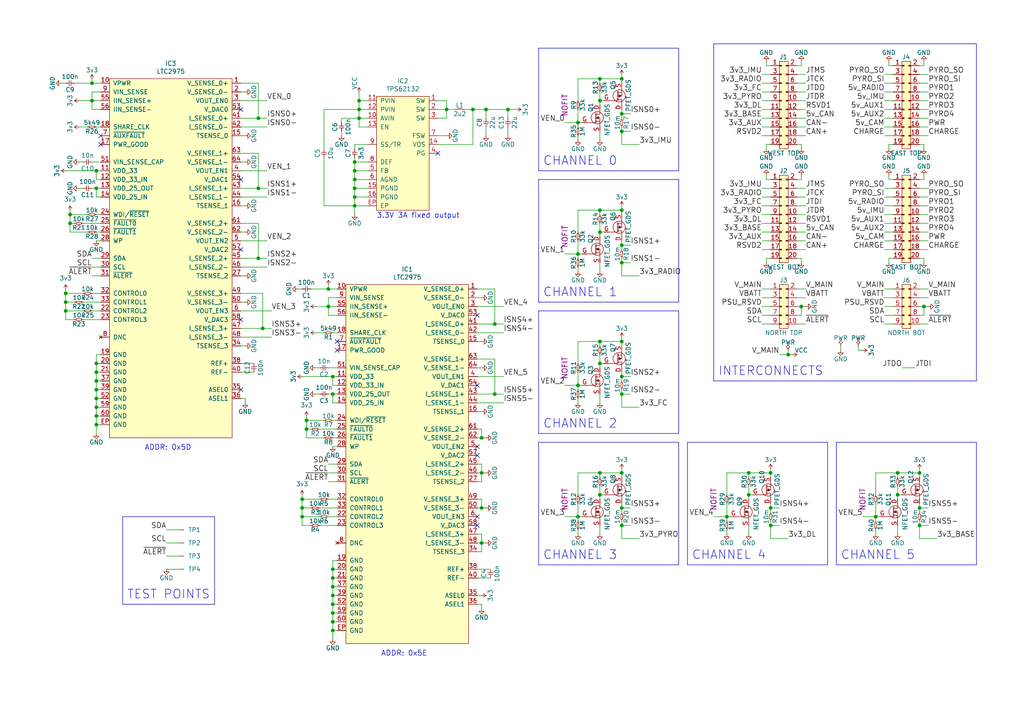
<source format=kicad_sch>
(kicad_sch (version 20230121) (generator eeschema)
  (paper "A4")
  (title_block (title "M3PSU - DC/DC 3V Converter Board") (date "2017-07-26") (rev "1") (company "CU Spaceflight") (comment 1 "Drawn by: Jamie Wood"))
  (junction (at 180.34 99.06))
  (junction (at 223.52 147.32))
  (junction (at 180.34 33.02))
  (junction (at 139.7 157.48))
  (junction (at 129.54 31.75))
  (junction (at 267.97 88.9))
  (junction (at 217.17 143.51))
  (junction (at 143.51 93.98))
  (junction (at 180.34 38.1))
  (junction (at 173.99 143.51))
  (junction (at 27.94 105.41))
  (junction (at 87.63 147.32))
  (junction (at 228.6 102.87))
  (junction (at 180.34 147.32))
  (junction (at 96.52 182.88))
  (junction (at 167.64 149.86))
  (junction (at 139.7 147.32))
  (junction (at 210.82 149.86))
  (junction (at 167.64 35.56))
  (junction (at 96.52 109.22))
  (junction (at 27.94 110.49))
  (junction (at 180.34 60.96))
  (junction (at 88.9 124.46))
  (junction (at 96.52 170.18))
  (junction (at 19.05 90.17))
  (junction (at 96.52 180.34))
  (junction (at 260.35 137.16))
  (junction (at 180.34 71.12))
  (junction (at 173.99 137.16))
  (junction (at 180.34 137.16))
  (junction (at 95.25 83.82))
  (junction (at 232.41 88.9))
  (junction (at 96.52 114.3))
  (junction (at 173.99 29.21))
  (junction (at 173.99 99.06))
  (junction (at 266.7 137.16))
  (junction (at 180.34 114.3))
  (junction (at 143.51 114.3))
  (junction (at 173.99 67.31))
  (junction (at 102.87 59.69))
  (junction (at 104.14 29.21))
  (junction (at 140.97 31.75))
  (junction (at 87.63 149.86))
  (junction (at 223.52 137.16))
  (junction (at 27.94 123.19))
  (junction (at 180.34 109.22))
  (junction (at 180.34 22.86))
  (junction (at 20.32 62.23))
  (junction (at 76.2 95.25))
  (junction (at 223.52 152.4))
  (junction (at 139.7 127))
  (junction (at 173.99 105.41))
  (junction (at 27.94 118.11))
  (junction (at 26.67 29.21))
  (junction (at 167.64 73.66))
  (junction (at 74.93 34.29))
  (junction (at 74.93 54.61))
  (junction (at 139.7 137.16))
  (junction (at 19.05 87.63))
  (junction (at 266.7 152.4))
  (junction (at 102.87 54.61))
  (junction (at 96.52 167.64))
  (junction (at 27.94 120.65))
  (junction (at 96.52 172.72))
  (junction (at 87.63 144.78))
  (junction (at 19.05 85.09))
  (junction (at 102.87 46.99))
  (junction (at 102.87 57.15))
  (junction (at 20.32 64.77))
  (junction (at 147.32 31.75))
  (junction (at 217.17 137.16))
  (junction (at 96.52 177.8))
  (junction (at 95.25 88.9))
  (junction (at 180.34 152.4))
  (junction (at 27.94 49.53))
  (junction (at 27.94 107.95))
  (junction (at 180.34 76.2))
  (junction (at 102.87 49.53))
  (junction (at 88.9 121.92))
  (junction (at 173.99 60.96))
  (junction (at 27.94 113.03))
  (junction (at 74.93 74.93))
  (junction (at 266.7 147.32))
  (junction (at 173.99 22.86))
  (junction (at 26.67 24.13))
  (junction (at 104.14 31.75))
  (junction (at 102.87 52.07))
  (junction (at 254 149.86))
  (junction (at 27.94 115.57))
  (junction (at 96.52 165.1))
  (junction (at 96.52 175.26))
  (junction (at 104.14 34.29))
  (junction (at 27.94 54.61))
  (junction (at 137.16 31.75))
  (junction (at 167.64 111.76))
  (junction (at 260.35 143.51))
  (no_connect (at 138.43 152.4))
  (no_connect (at 29.21 39.37))
  (no_connect (at 29.21 41.91))
  (no_connect (at 138.43 149.86))
  (no_connect (at 69.85 31.75))
  (no_connect (at 138.43 129.54))
  (no_connect (at 127 44.45))
  (no_connect (at 138.43 91.44))
  (no_connect (at 138.43 132.08))
  (no_connect (at 69.85 113.03))
  (no_connect (at 69.85 52.07))
  (no_connect (at 138.43 111.76))
  (no_connect (at 69.85 72.39))
  (no_connect (at 97.79 99.06))
  (no_connect (at 69.85 92.71))
  (no_connect (at 97.79 101.6))
  (wire (pts (xy 231.14 21.59) (xy 233.68 21.59)))
  (wire (pts (xy 266.7 156.21) (xy 271.78 156.21)))
  (wire (pts (xy 180.34 80.01) (xy 185.42 80.01)))
  (wire (pts (xy 223.52 74.93) (xy 222.25 74.93)))
  (wire (pts (xy 142.24 167.64) (xy 138.43 167.64)))
  (wire (pts (xy 231.14 36.83) (xy 233.68 36.83)))
  (wire (pts (xy 180.34 59.69) (xy 180.34 60.96)))
  (wire (pts (xy 167.64 60.96) (xy 167.64 67.31)))
  (wire (pts (xy 223.52 146.05) (xy 223.52 147.32)))
  (polyline (pts (xy 62.23 149.86) (xy 35.56 149.86)))
  (wire (pts (xy 267.97 19.05) (xy 267.97 17.78)))
  (polyline (pts (xy 156.21 90.17) (xy 156.21 125.73)))
  (wire (pts (xy 223.52 91.44) (xy 220.98 91.44)))
  (wire (pts (xy 26.67 29.21) (xy 26.67 31.75)))
  (wire (pts (xy 147.32 31.75) (xy 149.86 31.75)))
  (wire (pts (xy 259.08 36.83) (xy 256.54 36.83)))
  (wire (pts (xy 180.34 152.4) (xy 180.34 156.21)))
  (wire (pts (xy 231.14 86.36) (xy 233.68 86.36)))
  (wire (pts (xy 231.14 41.91) (xy 232.41 41.91)))
  (wire (pts (xy 231.14 34.29) (xy 233.68 34.29)))
  (wire (pts (xy 96.52 177.8) (xy 96.52 180.34)))
  (wire (pts (xy 231.14 52.07) (xy 232.41 52.07)))
  (wire (pts (xy 266.7 34.29) (xy 269.24 34.29)))
  (wire (pts (xy 29.21 85.09) (xy 26.67 85.09)))
  (wire (pts (xy 163.83 35.56) (xy 167.64 35.56)))
  (polyline (pts (xy 240.03 128.27) (xy 199.39 128.27)))
  (wire (pts (xy 266.7 152.4) (xy 266.7 156.21)))
  (wire (pts (xy 95.25 86.36) (xy 95.25 88.9)))
  (wire (pts (xy 259.08 74.93) (xy 257.81 74.93)))
  (wire (pts (xy 256.54 29.21) (xy 259.08 29.21)))
  (wire (pts (xy 250.19 149.86) (xy 254 149.86)))
  (wire (pts (xy 232.41 91.44) (xy 232.41 88.9)))
  (wire (pts (xy 167.64 99.06) (xy 173.99 99.06)))
  (wire (pts (xy 269.24 36.83) (xy 266.7 36.83)))
  (wire (pts (xy 87.63 147.32) (xy 90.17 147.32)))
  (wire (pts (xy 20.32 62.23) (xy 25.4 62.23)))
  (wire (pts (xy 27.94 110.49) (xy 29.21 110.49)))
  (wire (pts (xy 138.43 109.22) (xy 146.05 109.22)))
  (wire (pts (xy 139.7 157.48) (xy 139.7 160.02)))
  (wire (pts (xy 143.51 114.3) (xy 146.05 114.3)))
  (wire (pts (xy 173.99 29.21) (xy 173.99 30.48)))
  (wire (pts (xy 69.85 34.29) (xy 74.93 34.29)))
  (wire (pts (xy 139.7 99.06) (xy 138.43 99.06)))
  (wire (pts (xy 259.08 69.85) (xy 256.54 69.85)))
  (wire (pts (xy 147.32 34.29) (xy 147.32 31.75)))
  (wire (pts (xy 20.32 64.77) (xy 21.59 64.77)))
  (wire (pts (xy 223.52 152.4) (xy 223.52 156.21)))
  (wire (pts (xy 95.25 83.82) (xy 95.25 82.55)))
  (wire (pts (xy 167.64 137.16) (xy 167.64 143.51)))
  (wire (pts (xy 24.13 92.71) (xy 29.21 92.71)))
  (wire (pts (xy 91.44 114.3) (xy 92.71 114.3)))
  (wire (pts (xy 96.52 109.22) (xy 97.79 109.22)))
  (wire (pts (xy 222.25 50.8) (xy 222.25 52.07)))
  (wire (pts (xy 138.43 114.3) (xy 143.51 114.3)))
  (wire (pts (xy 71.12 115.57) (xy 71.12 116.84)))
  (wire (pts (xy 226.06 102.87) (xy 228.6 102.87)))
  (wire (pts (xy 102.87 54.61) (xy 102.87 57.15)))
  (wire (pts (xy 95.25 91.44) (xy 97.79 91.44)))
  (wire (pts (xy 87.63 149.86) (xy 92.71 149.86)))
  (wire (pts (xy 259.08 91.44) (xy 256.54 91.44)))
  (wire (pts (xy 69.85 64.77) (xy 74.93 64.77)))
  (wire (pts (xy 138.43 144.78) (xy 139.7 144.78)))
  (wire (pts (xy 106.68 46.99) (xy 102.87 46.99)))
  (wire (pts (xy 26.67 31.75) (xy 29.21 31.75)))
  (wire (pts (xy 266.7 146.05) (xy 266.7 147.32)))
  (polyline (pts (xy 207.01 12.7) (xy 207.01 110.49)))
  (wire (pts (xy 140.97 31.75) (xy 147.32 31.75)))
  (wire (pts (xy 173.99 76.2) (xy 173.99 78.74)))
  (wire (pts (xy 95.25 88.9) (xy 95.25 91.44)))
  (wire (pts (xy 93.98 96.52) (xy 91.44 96.52)))
  (wire (pts (xy 266.7 52.07) (xy 267.97 52.07)))
  (wire (pts (xy 222.25 17.78) (xy 222.25 19.05)))
  (wire (pts (xy 226.06 147.32) (xy 223.52 147.32)))
  (wire (pts (xy 173.99 152.4) (xy 173.99 154.94)))
  (wire (pts (xy 173.99 100.33) (xy 173.99 99.06)))
  (wire (pts (xy 180.34 137.16) (xy 180.34 138.43)))
  (wire (pts (xy 29.21 74.93) (xy 26.67 74.93)))
  (wire (pts (xy 180.34 76.2) (xy 180.34 80.01)))
  (wire (pts (xy 231.14 88.9) (xy 232.41 88.9)))
  (wire (pts (xy 19.05 90.17) (xy 24.13 90.17)))
  (wire (pts (xy 27.94 115.57) (xy 27.94 118.11)))
  (wire (pts (xy 217.17 140.97) (xy 217.17 143.51)))
  (wire (pts (xy 91.44 106.68) (xy 92.71 106.68)))
  (wire (pts (xy 180.34 36.83) (xy 180.34 38.1)))
  (wire (pts (xy 69.85 85.09) (xy 76.2 85.09)))
  (wire (pts (xy 139.7 119.38) (xy 138.43 119.38)))
  (wire (pts (xy 231.14 19.05) (xy 232.41 19.05)))
  (wire (pts (xy 139.7 144.78) (xy 139.7 147.32)))
  (wire (pts (xy 182.88 152.4) (xy 180.34 152.4)))
  (wire (pts (xy 88.9 121.92) (xy 93.98 121.92)))
  (wire (pts (xy 182.88 109.22) (xy 180.34 109.22)))
  (wire (pts (xy 96.52 162.56) (xy 96.52 165.1)))
  (wire (pts (xy 231.14 29.21) (xy 233.68 29.21)))
  (wire (pts (xy 91.44 88.9) (xy 95.25 88.9)))
  (wire (pts (xy 223.52 24.13) (xy 220.98 24.13)))
  (wire (pts (xy 180.34 156.21) (xy 185.42 156.21)))
  (wire (pts (xy 71.12 39.37) (xy 69.85 39.37)))
  (wire (pts (xy 74.93 64.77) (xy 74.93 74.93)))
  (wire (pts (xy 232.41 41.91) (xy 232.41 43.18)))
  (wire (pts (xy 182.88 33.02) (xy 180.34 33.02)))
  (wire (pts (xy 27.94 107.95) (xy 27.94 110.49)))
  (wire (pts (xy 167.64 116.84) (xy 167.64 115.57)))
  (wire (pts (xy 257.81 41.91) (xy 257.81 43.18)))
  (wire (pts (xy 48.26 161.29) (xy 52.07 161.29)))
  (wire (pts (xy 269.24 147.32) (xy 266.7 147.32)))
  (wire (pts (xy 29.21 102.87) (xy 27.94 102.87)))
  (wire (pts (xy 96.52 167.64) (xy 97.79 167.64)))
  (wire (pts (xy 69.85 26.67) (xy 71.12 26.67)))
  (polyline (pts (xy 199.39 128.27) (xy 199.39 163.83)))
  (polyline (pts (xy 156.21 52.07) (xy 156.21 87.63)))
  (wire (pts (xy 29.21 26.67) (xy 26.67 26.67)))
  (wire (pts (xy 231.14 83.82) (xy 233.68 83.82)))
  (wire (pts (xy 220.98 69.85) (xy 223.52 69.85)))
  (wire (pts (xy 228.6 101.6) (xy 228.6 102.87)))
  (wire (pts (xy 139.7 175.26) (xy 139.7 176.53)))
  (wire (pts (xy 26.67 24.13) (xy 29.21 24.13)))
  (wire (pts (xy 256.54 24.13) (xy 259.08 24.13)))
  (wire (pts (xy 27.94 120.65) (xy 27.94 123.19)))
  (wire (pts (xy 266.7 39.37) (xy 269.24 39.37)))
  (wire (pts (xy 231.14 72.39) (xy 233.68 72.39)))
  (wire (pts (xy 48.26 153.67) (xy 52.07 153.67)))
  (wire (pts (xy 96.52 111.76) (xy 96.52 109.22)))
  (wire (pts (xy 267.97 88.9) (xy 269.24 88.9)))
  (wire (pts (xy 74.93 54.61) (xy 77.47 54.61)))
  (wire (pts (xy 93.98 59.69) (xy 102.87 59.69)))
  (wire (pts (xy 182.88 76.2) (xy 180.34 76.2)))
  (wire (pts (xy 269.24 62.23) (xy 266.7 62.23)))
  (polyline (pts (xy 196.85 13.97) (xy 156.21 13.97)))
  (wire (pts (xy 232.41 19.05) (xy 232.41 17.78)))
  (wire (pts (xy 20.32 60.96) (xy 20.32 62.23)))
  (wire (pts (xy 180.34 38.1) (xy 180.34 41.91)))
  (wire (pts (xy 69.85 36.83) (xy 77.47 36.83)))
  (wire (pts (xy 138.43 83.82) (xy 143.51 83.82)))
  (wire (pts (xy 86.36 83.82) (xy 87.63 83.82)))
  (polyline (pts (xy 156.21 87.63) (xy 196.85 87.63)))
  (wire (pts (xy 88.9 127) (xy 93.98 127)))
  (wire (pts (xy 256.54 62.23) (xy 259.08 62.23)))
  (wire (pts (xy 102.87 49.53) (xy 106.68 49.53)))
  (wire (pts (xy 220.98 88.9) (xy 223.52 88.9)))
  (wire (pts (xy 27.94 49.53) (xy 29.21 49.53)))
  (wire (pts (xy 104.14 34.29) (xy 106.68 34.29)))
  (wire (pts (xy 180.34 74.93) (xy 180.34 76.2)))
  (wire (pts (xy 266.7 74.93) (xy 267.97 74.93)))
  (wire (pts (xy 180.34 118.11) (xy 185.42 118.11)))
  (wire (pts (xy 97.79 144.78) (xy 95.25 144.78)))
  (polyline (pts (xy 283.21 128.27) (xy 242.57 128.27)))
  (wire (pts (xy 102.87 46.99) (xy 102.87 49.53)))
  (wire (pts (xy 167.64 107.95) (xy 167.64 111.76)))
  (wire (pts (xy 223.52 62.23) (xy 220.98 62.23)))
  (wire (pts (xy 231.14 24.13) (xy 233.68 24.13)))
  (wire (pts (xy 257.81 19.05) (xy 257.81 17.78)))
  (wire (pts (xy 97.79 127) (xy 96.52 127)))
  (wire (pts (xy 27.94 118.11) (xy 27.94 120.65)))
  (wire (pts (xy 173.99 99.06) (xy 180.34 99.06)))
  (wire (pts (xy 180.34 109.22) (xy 180.34 110.49)))
  (polyline (pts (xy 35.56 175.26) (xy 62.23 175.26)))
  (wire (pts (xy 27.94 120.65) (xy 29.21 120.65)))
  (wire (pts (xy 260.35 143.51) (xy 260.35 144.78)))
  (wire (pts (xy 210.82 149.86) (xy 212.09 149.86)))
  (wire (pts (xy 266.7 21.59) (xy 269.24 21.59)))
  (polyline (pts (xy 199.39 163.83) (xy 240.03 163.83)))
  (wire (pts (xy 96.52 180.34) (xy 97.79 180.34)))
  (wire (pts (xy 259.08 64.77) (xy 256.54 64.77)))
  (wire (pts (xy 259.08 83.82) (xy 256.54 83.82)))
  (wire (pts (xy 138.43 88.9) (xy 146.05 88.9)))
  (wire (pts (xy 102.87 45.72) (xy 102.87 46.99)))
  (polyline (pts (xy 207.01 110.49) (xy 283.21 110.49)))
  (polyline (pts (xy 196.85 90.17) (xy 156.21 90.17)))
  (wire (pts (xy 207.01 149.86) (xy 210.82 149.86)))
  (wire (pts (xy 19.05 90.17) (xy 19.05 92.71)))
  (wire (pts (xy 254 137.16) (xy 260.35 137.16)))
  (polyline (pts (xy 196.85 49.53) (xy 196.85 13.97)))
  (wire (pts (xy 217.17 143.51) (xy 217.17 144.78)))
  (wire (pts (xy 129.54 31.75) (xy 132.08 31.75)))
  (wire (pts (xy 90.17 83.82) (xy 95.25 83.82)))
  (wire (pts (xy 96.52 129.54) (xy 97.79 129.54)))
  (wire (pts (xy 69.85 24.13) (xy 74.93 24.13)))
  (wire (pts (xy 266.7 147.32) (xy 266.7 148.59)))
  (wire (pts (xy 26.67 24.13) (xy 26.67 22.86)))
  (wire (pts (xy 173.99 140.97) (xy 173.99 143.51)))
  (wire (pts (xy 259.08 88.9) (xy 256.54 88.9)))
  (wire (pts (xy 96.52 182.88) (xy 96.52 185.42)))
  (wire (pts (xy 97.79 137.16) (xy 95.25 137.16)))
  (wire (pts (xy 134.62 31.75) (xy 137.16 31.75)))
  (wire (pts (xy 138.43 175.26) (xy 139.7 175.26)))
  (wire (pts (xy 138.43 124.46) (xy 139.7 124.46)))
  (wire (pts (xy 231.14 74.93) (xy 232.41 74.93)))
  (wire (pts (xy 223.52 151.13) (xy 223.52 152.4)))
  (wire (pts (xy 24.13 87.63) (xy 29.21 87.63)))
  (wire (pts (xy 210.82 154.94) (xy 210.82 153.67)))
  (wire (pts (xy 102.87 57.15) (xy 106.68 57.15)))
  (wire (pts (xy 223.52 64.77) (xy 220.98 64.77)))
  (wire (pts (xy 254 149.86) (xy 255.27 149.86)))
  (wire (pts (xy 267.97 52.07) (xy 267.97 50.8)))
  (wire (pts (xy 129.54 31.75) (xy 129.54 34.29)))
  (polyline (pts (xy 156.21 49.53) (xy 196.85 49.53)))
  (wire (pts (xy 29.21 77.47) (xy 26.67 77.47)))
  (wire (pts (xy 127 29.21) (xy 129.54 29.21)))
  (wire (pts (xy 180.34 22.86) (xy 180.34 24.13)))
  (wire (pts (xy 266.7 41.91) (xy 267.97 41.91)))
  (wire (pts (xy 20.32 67.31) (xy 25.4 67.31)))
  (wire (pts (xy 104.14 36.83) (xy 106.68 36.83)))
  (wire (pts (xy 27.94 54.61) (xy 29.21 54.61)))
  (wire (pts (xy 88.9 120.65) (xy 88.9 121.92)))
  (wire (pts (xy 96.52 165.1) (xy 96.52 167.64)))
  (wire (pts (xy 87.63 143.51) (xy 87.63 144.78)))
  (wire (pts (xy 173.99 137.16) (xy 180.34 137.16)))
  (wire (pts (xy 138.43 137.16) (xy 139.7 137.16)))
  (wire (pts (xy 256.54 34.29) (xy 259.08 34.29)))
  (wire (pts (xy 173.99 138.43) (xy 173.99 137.16)))
  (wire (pts (xy 173.99 62.23) (xy 173.99 60.96)))
  (wire (pts (xy 139.7 160.02) (xy 138.43 160.02)))
  (wire (pts (xy 267.97 91.44) (xy 267.97 88.9)))
  (wire (pts (xy 267.97 74.93) (xy 267.97 76.2)))
  (wire (pts (xy 102.87 49.53) (xy 102.87 52.07)))
  (wire (pts (xy 182.88 38.1) (xy 180.34 38.1)))
  (wire (pts (xy 74.93 74.93) (xy 77.47 74.93)))
  (wire (pts (xy 29.21 80.01) (xy 26.67 80.01)))
  (wire (pts (xy 173.99 67.31) (xy 173.99 68.58)))
  (wire (pts (xy 266.7 93.98) (xy 269.24 93.98)))
  (wire (pts (xy 260.35 137.16) (xy 266.7 137.16)))
  (wire (pts (xy 69.85 49.53) (xy 77.47 49.53)))
  (wire (pts (xy 96.52 172.72) (xy 96.52 175.26)))
  (wire (pts (xy 97.79 149.86) (xy 95.25 149.86)))
  (wire (pts (xy 26.67 46.99) (xy 29.21 46.99)))
  (wire (pts (xy 104.14 29.21) (xy 104.14 31.75)))
  (wire (pts (xy 254 146.05) (xy 254 149.86)))
  (wire (pts (xy 259.08 31.75) (xy 256.54 31.75)))
  (wire (pts (xy 232.41 74.93) (xy 232.41 76.2)))
  (wire (pts (xy 226.06 152.4) (xy 223.52 152.4)))
  (wire (pts (xy 69.85 115.57) (xy 71.12 115.57)))
  (wire (pts (xy 69.85 74.93) (xy 74.93 74.93)))
  (wire (pts (xy 269.24 24.13) (xy 266.7 24.13)))
  (wire (pts (xy 231.14 31.75) (xy 233.68 31.75)))
  (wire (pts (xy 29.21 36.83) (xy 27.94 36.83)))
  (wire (pts (xy 27.94 62.23) (xy 29.21 62.23)))
  (wire (pts (xy 266.7 151.13) (xy 266.7 152.4)))
  (wire (pts (xy 138.43 165.1) (xy 142.24 165.1)))
  (wire (pts (xy 266.7 31.75) (xy 269.24 31.75)))
  (wire (pts (xy 19.05 49.53) (xy 27.94 49.53)))
  (wire (pts (xy 74.93 24.13) (xy 74.93 34.29)))
  (wire (pts (xy 69.85 44.45) (xy 74.93 44.45)))
  (polyline (pts (xy 242.57 163.83) (xy 283.21 163.83)))
  (wire (pts (xy 27.94 113.03) (xy 27.94 115.57)))
  (wire (pts (xy 210.82 146.05) (xy 210.82 149.86)))
  (wire (pts (xy 182.88 71.12) (xy 180.34 71.12)))
  (wire (pts (xy 99.06 39.37) (xy 99.06 38.1)))
  (wire (pts (xy 96.52 177.8) (xy 97.79 177.8)))
  (wire (pts (xy 173.99 105.41) (xy 173.99 106.68)))
  (wire (pts (xy 217.17 138.43) (xy 217.17 137.16)))
  (wire (pts (xy 260.35 143.51) (xy 261.62 143.51)))
  (wire (pts (xy 167.64 22.86) (xy 173.99 22.86)))
  (wire (pts (xy 138.43 96.52) (xy 146.05 96.52)))
  (wire (pts (xy 180.34 60.96) (xy 180.34 62.23)))
  (wire (pts (xy 254 154.94) (xy 254 153.67)))
  (wire (pts (xy 138.43 106.68) (xy 139.7 106.68)))
  (wire (pts (xy 180.34 69.85) (xy 180.34 71.12)))
  (wire (pts (xy 73.66 107.95) (xy 69.85 107.95)))
  (wire (pts (xy 259.08 26.67) (xy 256.54 26.67)))
  (wire (pts (xy 167.64 154.94) (xy 167.64 153.67)))
  (wire (pts (xy 223.52 26.67) (xy 220.98 26.67)))
  (wire (pts (xy 167.64 111.76) (xy 168.91 111.76)))
  (wire (pts (xy 138.43 172.72) (xy 139.7 172.72)))
  (wire (pts (xy 259.08 59.69) (xy 256.54 59.69)))
  (wire (pts (xy 139.7 139.7) (xy 138.43 139.7)))
  (wire (pts (xy 266.7 67.31) (xy 269.24 67.31)))
  (wire (pts (xy 173.99 102.87) (xy 173.99 105.41)))
  (wire (pts (xy 167.64 60.96) (xy 173.99 60.96)))
  (wire (pts (xy 29.21 105.41) (xy 27.94 105.41)))
  (wire (pts (xy 96.52 111.76) (xy 97.79 111.76)))
  (wire (pts (xy 180.34 71.12) (xy 180.34 72.39)))
  (wire (pts (xy 96.52 180.34) (xy 96.52 182.88)))
  (wire (pts (xy 102.87 41.91) (xy 102.87 43.18)))
  (wire (pts (xy 222.25 74.93) (xy 222.25 76.2)))
  (wire (pts (xy 180.34 114.3) (xy 180.34 118.11)))
  (wire (pts (xy 137.16 31.75) (xy 140.97 31.75)))
  (wire (pts (xy 129.54 34.29) (xy 127 34.29)))
  (wire (pts (xy 29.21 67.31) (xy 27.94 67.31)))
  (wire (pts (xy 22.86 54.61) (xy 24.13 54.61)))
  (wire (pts (xy 69.85 105.41) (xy 73.66 105.41)))
  (wire (pts (xy 104.14 26.67) (xy 104.14 29.21)))
  (polyline (pts (xy 283.21 110.49) (xy 283.21 12.7)))
  (wire (pts (xy 231.14 67.31) (xy 233.68 67.31)))
  (wire (pts (xy 69.85 29.21) (xy 77.47 29.21)))
  (wire (pts (xy 29.21 57.15) (xy 27.94 57.15)))
  (wire (pts (xy 223.52 34.29) (xy 220.98 34.29)))
  (wire (pts (xy 102.87 52.07) (xy 106.68 52.07)))
  (wire (pts (xy 129.54 29.21) (xy 129.54 31.75)))
  (wire (pts (xy 97.79 134.62) (xy 95.25 134.62)))
  (wire (pts (xy 69.85 97.79) (xy 78.74 97.79)))
  (wire (pts (xy 139.7 134.62) (xy 139.7 137.16)))
  (wire (pts (xy 167.64 35.56) (xy 168.91 35.56)))
  (wire (pts (xy 167.64 69.85) (xy 167.64 73.66)))
  (wire (pts (xy 102.87 54.61) (xy 106.68 54.61)))
  (wire (pts (xy 180.34 97.79) (xy 180.34 99.06)))
  (wire (pts (xy 167.64 22.86) (xy 167.64 29.21)))
  (wire (pts (xy 266.7 26.67) (xy 269.24 26.67)))
  (wire (pts (xy 102.87 52.07) (xy 102.87 54.61)))
  (wire (pts (xy 19.05 85.09) (xy 19.05 87.63)))
  (wire (pts (xy 139.7 154.94) (xy 139.7 157.48)))
  (wire (pts (xy 95.25 88.9) (xy 97.79 88.9)))
  (wire (pts (xy 256.54 67.31) (xy 259.08 67.31)))
  (wire (pts (xy 96.52 182.88) (xy 97.79 182.88)))
  (wire (pts (xy 217.17 152.4) (xy 217.17 154.94)))
  (wire (pts (xy 254 137.16) (xy 254 143.51)))
  (wire (pts (xy 180.34 113.03) (xy 180.34 114.3)))
  (wire (pts (xy 27.94 115.57) (xy 29.21 115.57)))
  (wire (pts (xy 27.94 113.03) (xy 29.21 113.03)))
  (wire (pts (xy 210.82 137.16) (xy 210.82 143.51)))
  (wire (pts (xy 232.41 52.07) (xy 232.41 50.8)))
  (wire (pts (xy 99.06 34.29) (xy 104.14 34.29)))
  (polyline (pts (xy 283.21 163.83) (xy 283.21 128.27)))
  (wire (pts (xy 259.08 86.36) (xy 256.54 86.36)))
  (wire (pts (xy 223.52 83.82) (xy 220.98 83.82)))
  (wire (pts (xy 76.2 95.25) (xy 78.74 95.25)))
  (wire (pts (xy 223.52 135.89) (xy 223.52 137.16)))
  (wire (pts (xy 92.71 147.32) (xy 97.79 147.32)))
  (wire (pts (xy 210.82 149.86) (xy 210.82 151.13)))
  (wire (pts (xy 223.52 39.37) (xy 220.98 39.37)))
  (wire (pts (xy 232.41 88.9) (xy 233.68 88.9)))
  (wire (pts (xy 137.16 41.91) (xy 137.16 31.75)))
  (polyline (pts (xy 196.85 52.07) (xy 156.21 52.07)))
  (wire (pts (xy 266.7 54.61) (xy 269.24 54.61)))
  (wire (pts (xy 26.67 26.67) (xy 26.67 29.21)))
  (polyline (pts (xy 156.21 128.27) (xy 156.21 163.83)))
  (polyline (pts (xy 196.85 163.83) (xy 196.85 128.27)))
  (wire (pts (xy 127 31.75) (xy 129.54 31.75)))
  (wire (pts (xy 19.05 87.63) (xy 21.59 87.63)))
  (wire (pts (xy 228.6 102.87) (xy 229.87 102.87)))
  (wire (pts (xy 71.12 59.69) (xy 69.85 59.69)))
  (wire (pts (xy 77.47 57.15) (xy 69.85 57.15)))
  (wire (pts (xy 88.9 121.92) (xy 88.9 124.46)))
  (wire (pts (xy 180.34 151.13) (xy 180.34 152.4)))
  (wire (pts (xy 266.7 137.16) (xy 266.7 138.43)))
  (wire (pts (xy 269.24 29.21) (xy 266.7 29.21)))
  (wire (pts (xy 138.43 86.36) (xy 139.7 86.36)))
  (wire (pts (xy 222.25 19.05) (xy 223.52 19.05)))
  (wire (pts (xy 104.14 31.75) (xy 106.68 31.75)))
  (wire (pts (xy 138.43 127) (xy 139.7 127)))
  (wire (pts (xy 259.08 52.07) (xy 257.81 52.07)))
  (wire (pts (xy 93.98 31.75) (xy 104.14 31.75)))
  (wire (pts (xy 93.98 59.69) (xy 93.98 45.72)))
  (wire (pts (xy 19.05 83.82) (xy 19.05 85.09)))
  (wire (pts (xy 180.34 107.95) (xy 180.34 109.22)))
  (wire (pts (xy 180.34 147.32) (xy 180.34 148.59)))
  (wire (pts (xy 102.87 59.69) (xy 102.87 62.23)))
  (wire (pts (xy 180.34 33.02) (xy 180.34 34.29)))
  (polyline (pts (xy 196.85 125.73) (xy 196.85 90.17)))
  (wire (pts (xy 220.98 36.83) (xy 223.52 36.83)))
  (wire (pts (xy 266.7 59.69) (xy 269.24 59.69)))
  (polyline (pts (xy 62.23 175.26) (xy 62.23 149.86)))
  (wire (pts (xy 97.79 139.7) (xy 95.25 139.7)))
  (wire (pts (xy 250.19 101.6) (xy 248.92 101.6)))
  (wire (pts (xy 104.14 34.29) (xy 104.14 36.83)))
  (wire (pts (xy 173.99 67.31) (xy 175.26 67.31)))
  (wire (pts (xy 147.32 39.37) (xy 147.32 36.83)))
  (wire (pts (xy 248.92 101.6) (xy 248.92 100.33)))
  (wire (pts (xy 52.07 157.48) (xy 48.26 157.48)))
  (wire (pts (xy 96.52 121.92) (xy 97.79 121.92)))
  (wire (pts (xy 217.17 143.51) (xy 218.44 143.51)))
  (wire (pts (xy 96.52 172.72) (xy 97.79 172.72)))
  (polyline (pts (xy 156.21 163.83) (xy 196.85 163.83)))
  (wire (pts (xy 97.79 96.52) (xy 96.52 96.52)))
  (wire (pts (xy 27.94 105.41) (xy 27.94 107.95)))
  (wire (pts (xy 223.52 57.15) (xy 220.98 57.15)))
  (wire (pts (xy 180.34 146.05) (xy 180.34 147.32)))
  (wire (pts (xy 223.52 54.61) (xy 220.98 54.61)))
  (wire (pts (xy 167.64 99.06) (xy 167.64 105.41)))
  (polyline (pts (xy 35.56 149.86) (xy 35.56 175.26)))
  (wire (pts (xy 173.99 29.21) (xy 175.26 29.21)))
  (wire (pts (xy 87.63 144.78) (xy 87.63 147.32)))
  (wire (pts (xy 167.64 73.66) (xy 168.91 73.66)))
  (wire (pts (xy 138.43 157.48) (xy 139.7 157.48)))
  (wire (pts (xy 24.13 64.77) (xy 29.21 64.77)))
  (wire (pts (xy 243.84 100.33) (xy 243.84 101.6)))
  (wire (pts (xy 259.08 19.05) (xy 257.81 19.05)))
  (wire (pts (xy 167.64 31.75) (xy 167.64 35.56)))
  (wire (pts (xy 27.94 123.19) (xy 27.94 125.73)))
  (wire (pts (xy 231.14 26.67) (xy 233.68 26.67)))
  (wire (pts (xy 256.54 72.39) (xy 259.08 72.39)))
  (wire (pts (xy 173.99 22.86) (xy 180.34 22.86)))
  (wire (pts (xy 106.68 41.91) (xy 102.87 41.91)))
  (wire (pts (xy 231.14 59.69) (xy 233.68 59.69)))
  (wire (pts (xy 27.94 52.07) (xy 27.94 49.53)))
  (wire (pts (xy 167.64 137.16) (xy 173.99 137.16)))
  (wire (pts (xy 260.35 140.97) (xy 260.35 143.51)))
  (wire (pts (xy 223.52 93.98) (xy 220.98 93.98)))
  (wire (pts (xy 163.83 73.66) (xy 167.64 73.66)))
  (wire (pts (xy 138.43 93.98) (xy 143.51 93.98)))
  (wire (pts (xy 266.7 19.05) (xy 267.97 19.05)))
  (wire (pts (xy 27.94 69.85) (xy 29.21 69.85)))
  (wire (pts (xy 256.54 39.37) (xy 259.08 39.37)))
  (wire (pts (xy 173.99 24.13) (xy 173.99 22.86)))
  (wire (pts (xy 87.63 152.4) (xy 90.17 152.4)))
  (polyline (pts (xy 196.85 87.63) (xy 196.85 52.07)))
  (wire (pts (xy 180.34 99.06) (xy 180.34 100.33)))
  (wire (pts (xy 139.7 137.16) (xy 139.7 139.7)))
  (wire (pts (xy 52.07 165.1) (xy 48.26 165.1)))
  (wire (pts (xy 138.43 104.14) (xy 143.51 104.14)))
  (wire (pts (xy 163.83 149.86) (xy 167.64 149.86)))
  (wire (pts (xy 69.85 77.47) (xy 77.47 77.47)))
  (wire (pts (xy 21.59 24.13) (xy 26.67 24.13)))
  (wire (pts (xy 259.08 93.98) (xy 256.54 93.98)))
  (wire (pts (xy 173.99 38.1) (xy 173.99 40.64)))
  (wire (pts (xy 266.7 72.39) (xy 269.24 72.39)))
  (wire (pts (xy 102.87 59.69) (xy 106.68 59.69)))
  (wire (pts (xy 167.64 149.86) (xy 167.64 151.13)))
  (wire (pts (xy 96.52 175.26) (xy 97.79 175.26)))
  (wire (pts (xy 223.52 67.31) (xy 220.98 67.31)))
  (wire (pts (xy 95.25 114.3) (xy 96.52 114.3)))
  (wire (pts (xy 269.24 57.15) (xy 266.7 57.15)))
  (wire (pts (xy 167.64 149.86) (xy 168.91 149.86)))
  (wire (pts (xy 27.94 118.11) (xy 29.21 118.11)))
  (wire (pts (xy 19.05 87.63) (xy 19.05 90.17)))
  (wire (pts (xy 222.25 52.07) (xy 223.52 52.07)))
  (wire (pts (xy 267.97 41.91) (xy 267.97 43.18)))
  (wire (pts (xy 106.68 29.21) (xy 104.14 29.21)))
  (polyline (pts (xy 156.21 13.97) (xy 156.21 49.53)))
  (wire (pts (xy 20.32 64.77) (xy 20.32 67.31)))
  (wire (pts (xy 180.34 41.91) (xy 185.42 41.91)))
  (wire (pts (xy 180.34 135.89) (xy 180.34 137.16)))
  (wire (pts (xy 27.94 102.87) (xy 27.94 105.41)))
  (wire (pts (xy 69.85 67.31) (xy 71.12 67.31)))
  (wire (pts (xy 22.86 46.99) (xy 24.13 46.99)))
  (wire (pts (xy 74.93 44.45) (xy 74.93 54.61)))
  (wire (pts (xy 27.94 123.19) (xy 29.21 123.19)))
  (wire (pts (xy 223.52 21.59) (xy 220.98 21.59)))
  (wire (pts (xy 29.21 90.17) (xy 26.67 90.17)))
  (wire (pts (xy 71.12 100.33) (xy 69.85 100.33)))
  (wire (pts (xy 167.64 35.56) (xy 167.64 36.83)))
  (wire (pts (xy 266.7 88.9) (xy 267.97 88.9)))
  (wire (pts (xy 231.14 64.77) (xy 233.68 64.77)))
  (wire (pts (xy 88.9 124.46) (xy 88.9 127)))
  (wire (pts (xy 146.05 116.84) (xy 138.43 116.84)))
  (wire (pts (xy 99.06 34.29) (xy 99.06 35.56)))
  (wire (pts (xy 231.14 93.98) (xy 233.68 93.98)))
  (wire (pts (xy 182.88 147.32) (xy 180.34 147.32)))
  (wire (pts (xy 140.97 39.37) (xy 140.97 36.83)))
  (wire (pts (xy 97.79 116.84) (xy 96.52 116.84)))
  (wire (pts (xy 266.7 135.89) (xy 266.7 137.16)))
  (wire (pts (xy 87.63 109.22) (xy 96.52 109.22)))
  (wire (pts (xy 266.7 83.82) (xy 269.24 83.82)))
  (wire (pts (xy 261.62 106.68) (xy 265.43 106.68)))
  (wire (pts (xy 78.74 90.17) (xy 69.85 90.17)))
  (wire (pts (xy 223.52 137.16) (xy 223.52 138.43)))
  (wire (pts (xy 259.08 21.59) (xy 256.54 21.59)))
  (wire (pts (xy 87.63 147.32) (xy 87.63 149.86)))
  (wire (pts (xy 27.94 52.07) (xy 29.21 52.07)))
  (wire (pts (xy 74.93 34.29) (xy 77.47 34.29)))
  (wire (pts (xy 95.25 83.82) (xy 97.79 83.82)))
  (wire (pts (xy 96.52 175.26) (xy 96.52 177.8)))
  (wire (pts (xy 182.88 114.3) (xy 180.34 114.3)))
  (wire (pts (xy 231.14 54.61) (xy 233.68 54.61)))
  (wire (pts (xy 173.99 26.67) (xy 173.99 29.21)))
  (wire (pts (xy 143.51 93.98) (xy 146.05 93.98)))
  (wire (pts (xy 138.43 147.32) (xy 139.7 147.32)))
  (wire (pts (xy 223.52 41.91) (xy 222.25 41.91)))
  (wire (pts (xy 173.99 105.41) (xy 175.26 105.41)))
  (wire (pts (xy 26.67 54.61) (xy 27.94 54.61)))
  (wire (pts (xy 266.7 91.44) (xy 267.97 91.44)))
  (wire (pts (xy 260.35 138.43) (xy 260.35 137.16)))
  (wire (pts (xy 96.52 116.84) (xy 96.52 114.3)))
  (wire (pts (xy 97.79 162.56) (xy 96.52 162.56)))
  (wire (pts (xy 88.9 124.46) (xy 90.17 124.46)))
  (wire (pts (xy 96.52 114.3) (xy 97.79 114.3)))
  (polyline (pts (xy 242.57 128.27) (xy 242.57 163.83)))
  (wire (pts (xy 173.99 60.96) (xy 180.34 60.96)))
  (wire (pts (xy 140.97 31.75) (xy 140.97 34.29)))
  (wire (pts (xy 69.85 87.63) (xy 71.12 87.63)))
  (wire (pts (xy 231.14 69.85) (xy 233.68 69.85)))
  (wire (pts (xy 139.7 124.46) (xy 139.7 127)))
  (wire (pts (xy 167.64 146.05) (xy 167.64 149.86)))
  (wire (pts (xy 173.99 64.77) (xy 173.99 67.31)))
  (wire (pts (xy 223.52 31.75) (xy 220.98 31.75)))
  (wire (pts (xy 223.52 59.69) (xy 220.98 59.69)))
  (wire (pts (xy 269.24 69.85) (xy 266.7 69.85)))
  (wire (pts (xy 266.7 64.77) (xy 269.24 64.77)))
  (wire (pts (xy 138.43 154.94) (xy 139.7 154.94)))
  (wire (pts (xy 223.52 72.39) (xy 220.98 72.39)))
  (wire (pts (xy 163.83 111.76) (xy 167.64 111.76)))
  (wire (pts (xy 143.51 83.82) (xy 143.51 93.98)))
  (wire (pts (xy 102.87 57.15) (xy 102.87 59.69)))
  (wire (pts (xy 27.94 110.49) (xy 27.94 113.03)))
  (polyline (pts (xy 156.21 125.73) (xy 196.85 125.73)))
  (wire (pts (xy 22.86 29.21) (xy 26.67 29.21)))
  (wire (pts (xy 69.85 69.85) (xy 77.47 69.85)))
  (wire (pts (xy 92.71 152.4) (xy 97.79 152.4)))
  (wire (pts (xy 87.63 144.78) (xy 92.71 144.78)))
  (wire (pts (xy 69.85 95.25) (xy 76.2 95.25)))
  (wire (pts (xy 19.05 92.71) (xy 21.59 92.71)))
  (wire (pts (xy 139.7 157.48) (xy 140.97 157.48)))
  (wire (pts (xy 95.25 106.68) (xy 97.79 106.68)))
  (wire (pts (xy 76.2 85.09) (xy 76.2 95.25)))
  (polyline (pts (xy 240.03 163.83) (xy 240.03 128.27)))
  (wire (pts (xy 20.32 62.23) (xy 20.32 64.77)))
  (wire (pts (xy 180.34 31.75) (xy 180.34 33.02)))
  (wire (pts (xy 223.52 29.21) (xy 220.98 29.21)))
  (wire (pts (xy 180.34 21.59) (xy 180.34 22.86)))
  (wire (pts (xy 223.52 86.36) (xy 220.98 86.36)))
  (wire (pts (xy 231.14 91.44) (xy 232.41 91.44)))
  (wire (pts (xy 167.64 78.74) (xy 167.64 77.47)))
  (wire (pts (xy 17.78 24.13) (xy 19.05 24.13)))
  (wire (pts (xy 223.52 156.21) (xy 228.6 156.21)))
  (wire (pts (xy 87.63 149.86) (xy 87.63 152.4)))
  (wire (pts (xy 92.71 124.46) (xy 97.79 124.46)))
  (wire (pts (xy 259.08 41.91) (xy 257.81 41.91)))
  (polyline (pts (xy 196.85 128.27) (xy 156.21 128.27)))
  (wire (pts (xy 266.7 86.36) (xy 269.24 86.36)))
  (wire (pts (xy 97.79 86.36) (xy 95.25 86.36)))
  (wire (pts (xy 138.43 134.62) (xy 139.7 134.62)))
  (wire (pts (xy 96.52 170.18) (xy 96.52 172.72)))
  (wire (pts (xy 223.52 147.32) (xy 223.52 148.59)))
  (wire (pts (xy 96.52 170.18) (xy 97.79 170.18)))
  (wire (pts (xy 217.17 137.16) (xy 223.52 137.16)))
  (wire (pts (xy 231.14 39.37) (xy 233.68 39.37)))
  (wire (pts (xy 25.4 36.83) (xy 22.86 36.83)))
  (wire (pts (xy 97.79 165.1) (xy 96.52 165.1)))
  (wire (pts (xy 129.54 39.37) (xy 127 39.37)))
  (wire (pts (xy 167.64 73.66) (xy 167.64 74.93)))
  (wire (pts (xy 167.64 40.64) (xy 167.64 39.37)))
  (wire (pts (xy 256.54 57.15) (xy 259.08 57.15)))
  (wire (pts (xy 254 149.86) (xy 254 151.13)))
  (wire (pts (xy 231.14 57.15) (xy 233.68 57.15)))
  (wire (pts (xy 210.82 137.16) (xy 217.17 137.16)))
  (wire (pts (xy 143.51 104.14) (xy 143.51 114.3)))
  (wire (pts (xy 231.14 62.23) (xy 233.68 62.23)))
  (wire (pts (xy 69.85 54.61) (xy 74.93 54.61)))
  (wire (pts (xy 173.99 143.51) (xy 173.99 144.78)))
  (wire (pts (xy 259.08 54.61) (xy 256.54 54.61)))
  (wire (pts (xy 27.94 107.95) (xy 29.21 107.95)))
  (wire (pts (xy 257.81 52.07) (xy 257.81 50.8)))
  (wire (pts (xy 104.14 31.75) (xy 104.14 34.29)))
  (wire (pts (xy 19.05 85.09) (xy 24.13 85.09)))
  (wire (pts (xy 139.7 127) (xy 140.97 127)))
  (wire (pts (xy 139.7 147.32) (xy 140.97 147.32)))
  (wire (pts (xy 173.99 114.3) (xy 173.99 116.84)))
  (wire (pts (xy 139.7 137.16) (xy 140.97 137.16)))
  (wire (pts (xy 93.98 43.18) (xy 93.98 31.75)))
  (wire (pts (xy 222.25 41.91) (xy 222.25 43.18)))
  (wire (pts (xy 69.85 46.99) (xy 71.12 46.99)))
  (wire (pts (xy 257.81 74.93) (xy 257.81 76.2)))
  (wire (pts (xy 71.12 80.01) (xy 69.85 80.01)))
  (wire (pts (xy 173.99 143.51) (xy 175.26 143.51)))
  (polyline (pts (xy 283.21 12.7) (xy 207.01 12.7)))
  (wire (pts (xy 269.24 152.4) (xy 266.7 152.4)))
  (wire (pts (xy 167.64 111.76) (xy 167.64 113.03)))
  (wire (pts (xy 26.67 29.21) (xy 29.21 29.21)))
  (wire (pts (xy 127 41.91) (xy 137.16 41.91)))
  (wire (pts (xy 96.52 167.64) (xy 96.52 170.18)))
  (wire (pts (xy 27.94 57.15) (xy 27.94 54.61)))
  (wire (pts (xy 260.35 152.4) (xy 260.35 154.94)))
  (text "CHANNEL 5" (at 243.84 162.56 0) (effects (font (size 2.54 2.54)) (justify left bottom)))
  (text "CHANNEL 4" (at 200.66 162.56 0) (effects (font (size 2.54 2.54)) (justify left bottom)))
  (text "CHANNEL 2" (at 157.48 124.46 0) (effects (font (size 2.54 2.54)) (justify left bottom)))
  (text "CHANNEL 1" (at 157.48 86.36 0) (effects (font (size 2.54 2.54)) (justify left bottom)))
  (text "ADDR: 0x5E" (at 110.49 190.5 0) (effects (font (size 1.524 1.524)) (justify left bottom)))
  (text "INTERCONNECTS" (at 208.28 109.22 0) (effects (font (size 2.54 2.54)) (justify left bottom)))
  (text "TEST POINTS" (at 36.83 173.99 0) (effects (font (size 2.54 2.54)) (justify left bottom)))
  (text "CHANNEL 0" (at 157.48 48.26 0) (effects (font (size 2.54 2.54)) (justify left bottom)))
  (text "CHANNEL 3" (at 157.48 162.56 0) (effects (font (size 2.54 2.54)) (justify left bottom)))
  (text "3.3V 3A fixed output" (at 109.22 63.5 0) (effects (font (size 1.524 1.524)) (justify left bottom)))
  (text "ADDR: 0x5D" (at 41.91 130.81 0) (effects (font (size 1.524 1.524)) (justify left bottom)))
  (label "CAN+" (at 233.68 39.37 0) (effects (font (size 1.524 1.524))))
  (label "RSVD1" (at 233.68 31.75 0) (effects (font (size 1.524 1.524))))
  (label "5v_AUX2" (at 256.54 67.31 180) (effects (font (size 1.524 1.524))))
  (label "V_MAIN" (at 220.98 83.82 180) (effects (font (size 1.524 1.524))))
  (label "3v3_DL" (at 220.98 64.77 180) (effects (font (size 1.524 1.524))))
  (label "ISNS2+" (at 182.88 109.22 0) (effects (font (size 1.524 1.524))))
  (label "~{ALERT}" (at 269.24 93.98 0) (effects (font (size 1.524 1.524))))
  (label "5v_AUX1" (at 256.54 64.77 180) (effects (font (size 1.524 1.524))))
  (label "3v3_FC" (at 220.98 59.69 180) (effects (font (size 1.524 1.524))))
  (label "ISNS4+" (at 146.05 93.98 0) (effects (font (size 1.524 1.524))))
  (label "PYRO2" (at 269.24 29.21 0) (effects (font (size 1.524 1.524))))
  (label "JTCK" (at 233.68 57.15 0) (effects (font (size 1.524 1.524))))
  (label "3v3_RADIO" (at 220.98 24.13 180) (effects (font (size 1.524 1.524))))
  (label "ISNS0-" (at 77.47 36.83 0) (effects (font (size 1.524 1.524))))
  (label "VEN_2" (at 77.47 69.85 0) (effects (font (size 1.524 1.524))))
  (label "ISNS0+" (at 182.88 33.02 0) (effects (font (size 1.524 1.524))))
  (label "PYRO_SI" (at 269.24 57.15 0) (effects (font (size 1.524 1.524))))
  (label "VEN_5" (at 250.19 149.86 180) (effects (font (size 1.524 1.524))))
  (label "3v3_BASE" (at 220.98 67.31 180) (effects (font (size 1.524 1.524))))
  (label "ISNS2-" (at 182.88 114.3 0) (effects (font (size 1.524 1.524))))
  (label "5v_CAN" (at 233.68 67.31 0) (effects (font (size 1.524 1.524))))
  (label "ISNS4-" (at 226.06 152.4 0) (effects (font (size 1.524 1.524))))
  (label "ISNS2-" (at 77.47 77.47 0) (effects (font (size 1.524 1.524))))
  (label "VEN_4" (at 146.05 88.9 0) (effects (font (size 1.524 1.524))))
  (label "JTDI" (at 265.43 106.68 0) (effects (font (size 1.524 1.524))))
  (label "3v3_BASE" (at 271.78 156.21 0) (effects (font (size 1.524 1.524))))
  (label "3v3_FC" (at 220.98 26.67 180) (effects (font (size 1.524 1.524))))
  (label "RSVD2" (at 220.98 39.37 180) (effects (font (size 1.524 1.524))))
  (label "3v3_DL" (at 220.98 31.75 180) (effects (font (size 1.524 1.524))))
  (label "3v3_PYRO" (at 220.98 29.21 180) (effects (font (size 1.524 1.524))))
  (label "~{ALERT}" (at 233.68 93.98 0) (effects (font (size 1.524 1.524))))
  (label "PSU_RSVD" (at 256.54 88.9 180) (effects (font (size 1.524 1.524))))
  (label "PYRO_SI" (at 256.54 57.15 180) (effects (font (size 1.524 1.524))))
  (label "SDA" (at 48.26 153.67 180) (effects (font (size 1.524 1.524))))
  (label "VEN_0" (at 77.47 29.21 0) (effects (font (size 1.524 1.524))))
  (label "3v3_BASE" (at 220.98 34.29 180) (effects (font (size 1.524 1.524))))
  (label "PYRO_SI" (at 256.54 24.13 180) (effects (font (size 1.524 1.524))))
  (label "CAN+" (at 233.68 72.39 0) (effects (font (size 1.524 1.524))))
  (label "~{ALERT}" (at 26.67 80.01 180) (effects (font (size 1.524 1.524))))
  (label "SCL" (at 48.26 157.48 180) (effects (font (size 1.524 1.524))))
  (label "CAN-" (at 233.68 69.85 0) (effects (font (size 1.524 1.524))))
  (label "JTMS" (at 233.68 54.61 0) (effects (font (size 1.524 1.524))))
  (label "3v3_AUX" (at 220.98 36.83 180) (effects (font (size 1.524 1.524))))
  (label "3v3_AUX" (at 220.98 69.85 180) (effects (font (size 1.524 1.524))))
  (label "PYRO_SO" (at 256.54 54.61 180) (effects (font (size 1.524 1.524))))
  (label "ISNS1+" (at 77.47 54.61 0) (effects (font (size 1.524 1.524))))
  (label "3v3_RADIO" (at 220.98 57.15 180) (effects (font (size 1.524 1.524))))
  (label "PYRO3" (at 269.24 31.75 0) (effects (font (size 1.524 1.524))))
  (label "JTDO" (at 233.68 26.67 0) (effects (font (size 1.524 1.524))))
  (label "V_MAIN" (at 269.24 83.82 0) (effects (font (size 1.524 1.524))))
  (label "CHARGE" (at 256.54 39.37 180) (effects (font (size 1.524 1.524))))
  (label "VEN_0" (at 163.83 35.56 180) (effects (font (size 1.524 1.524))))
  (label "VEN_2" (at 163.83 111.76 180) (effects (font (size 1.524 1.524))))
  (label "PSU_RSVD" (at 220.98 88.9 180) (effects (font (size 1.524 1.524))))
  (label "5v_RADIO" (at 256.54 26.67 180) (effects (font (size 1.524 1.524))))
  (label "V_MAIN" (at 256.54 83.82 180) (effects (font (size 1.524 1.524))))
  (label "PYRO_SO" (at 269.24 21.59 0) (effects (font (size 1.524 1.524))))
  (label "ISNS1-" (at 77.47 57.15 0) (effects (font (size 1.524 1.524))))
  (label "5v_CAM" (at 256.54 69.85 180) (effects (font (size 1.524 1.524))))
  (label "PYRO_SO" (at 269.24 54.61 0) (effects (font (size 1.524 1.524))))
  (label "ISNS3-" (at 182.88 152.4 0) (effects (font (size 1.524 1.524))))
  (label "RSVD2" (at 220.98 72.39 180) (effects (font (size 1.524 1.524))))
  (label "ISNS3+" (at 78.74 95.25 0) (effects (font (size 1.524 1.524))))
  (label "ISNS5-" (at 146.05 116.84 0) (effects (font (size 1.524 1.524))))
  (label "5v_RADIO" (at 256.54 59.69 180) (effects (font (size 1.524 1.524))))
  (label "SDA" (at 256.54 91.44 180) (effects (font (size 1.524 1.524))))
  (label "PYRO1" (at 269.24 26.67 0) (effects (font (size 1.524 1.524))))
  (label "ISNS4+" (at 226.06 147.32 0) (effects (font (size 1.524 1.524))))
  (label "JTMS" (at 233.68 21.59 0) (effects (font (size 1.524 1.524))))
  (label "SCL" (at 95.25 137.16 180) (effects (font (size 1.524 1.524))))
  (label "JTDO" (at 261.62 106.68 180) (effects (font (size 1.524 1.524))))
  (label "PYRO1" (at 269.24 59.69 0) (effects (font (size 1.524 1.524))))
  (label "SCL" (at 26.67 77.47 180) (effects (font (size 1.524 1.524))))
  (label "5v_AUX1" (at 256.54 31.75 180) (effects (font (size 1.524 1.524))))
  (label "VEN_4" (at 207.01 149.86 180) (effects (font (size 1.524 1.524))))
  (label "JTDI" (at 233.68 59.69 0) (effects (font (size 1.524 1.524))))
  (label "CHARGE" (at 269.24 72.39 0) (effects (font (size 1.524 1.524))))
  (label "3v3_FC" (at 185.42 118.11 0) (effects (font (size 1.524 1.524))))
  (label "5v_IMU" (at 256.54 62.23 180) (effects (font (size 1.524 1.524))))
  (label "SDA" (at 26.67 74.93 180) (effects (font (size 1.524 1.524))))
  (label "SDA" (at 220.98 91.44 180) (effects (font (size 1.524 1.524))))
  (label "ISNS5+" (at 269.24 147.32 0) (effects (font (size 1.524 1.524))))
  (label "PWR" (at 269.24 36.83 0) (effects (font (size 1.524 1.524))))
  (label "RSVD1" (at 233.68 64.77 0) (effects (font (size 1.524 1.524))))
  (label "~{ALERT}" (at 48.26 161.29 180) (effects (font (size 1.524 1.524))))
  (label "SCL" (at 220.98 93.98 180) (effects (font (size 1.524 1.524))))
  (label "3v3_IMU" (at 185.42 41.91 0) (effects (font (size 1.524 1.524))))
  (label "5v_CAN" (at 233.68 34.29 0) (effects (font (size 1.524 1.524))))
  (label "V_MAIN" (at 233.68 83.82 0) (effects (font (size 1.524 1.524))))
  (label "VEN_1" (at 163.83 73.66 180) (effects (font (size 1.524 1.524))))
  (label "VEN_1" (at 77.47 49.53 0) (effects (font (size 1.524 1.524))))
  (label "3v3_PYRO" (at 220.98 62.23 180) (effects (font (size 1.524 1.524))))
  (label "5v_CAM" (at 256.54 36.83 180) (effects (font (size 1.524 1.524))))
  (label "PYRO2" (at 269.24 62.23 0) (effects (font (size 1.524 1.524))))
  (label "VBATT" (at 269.24 86.36 0) (effects (font (size 1.524 1.524))))
  (label "VEN_3" (at 163.83 149.86 180) (effects (font (size 1.524 1.524))))
  (label "ISNS4-" (at 146.05 96.52 0) (effects (font (size 1.524 1.524))))
  (label "PYRO_SI" (at 269.24 24.13 0) (effects (font (size 1.524 1.524))))
  (label "3v3_IMU" (at 220.98 54.61 180) (effects (font (size 1.524 1.524))))
  (label "5v_IMU" (at 256.54 29.21 180) (effects (font (size 1.524 1.524))))
  (label "ISNS5+" (at 146.05 114.3 0) (effects (font (size 1.524 1.524))))
  (label "ISNS3-" (at 78.74 97.79 0) (effects (font (size 1.524 1.524))))
  (label "SDA" (at 95.25 134.62 180) (effects (font (size 1.524 1.524))))
  (label "CHARGE" (at 256.54 72.39 180) (effects (font (size 1.524 1.524))))
  (label "CAN-" (at 233.68 36.83 0) (effects (font (size 1.524 1.524))))
  (label "PYRO_SO" (at 256.54 21.59 180) (effects (font (size 1.524 1.524))))
  (label "JTDR" (at 233.68 62.23 0) (effects (font (size 1.524 1.524))))
  (label "ISNS1-" (at 182.88 76.2 0) (effects (font (size 1.524 1.524))))
  (label "ISNS0-" (at 182.88 38.1 0) (effects (font (size 1.524 1.524))))
  (label "ISNS3+" (at 182.88 147.32 0) (effects (font (size 1.524 1.524))))
  (label "VEN_3" (at 78.74 90.17 0) (effects (font (size 1.524 1.524))))
  (label "5v_AUX2" (at 256.54 34.29 180) (effects (font (size 1.524 1.524))))
  (label "CHARGE" (at 269.24 39.37 0) (effects (font (size 1.524 1.524))))
  (label "ISNS5-" (at 269.24 152.4 0) (effects (font (size 1.524 1.524))))
  (label "PYRO4" (at 269.24 67.31 0) (effects (font (size 1.524 1.524))))
  (label "VEN_5" (at 146.05 109.22 0) (effects (font (size 1.524 1.524))))
  (label "SCL" (at 256.54 93.98 180) (effects (font (size 1.524 1.524))))
  (label "JTCK" (at 233.68 24.13 0) (effects (font (size 1.524 1.524))))
  (label "~{ALERT}" (at 95.25 139.7 180) (effects (font (size 1.524 1.524))))
  (label "3v3_DL" (at 228.6 156.21 0) (effects (font (size 1.524 1.524))))
  (label "VBATT" (at 220.98 86.36 180) (effects (font (size 1.524 1.524))))
  (label "PYRO4" (at 269.24 34.29 0) (effects (font (size 1.524 1.524))))
  (label "ISNS1+" (at 182.88 71.12 0) (effects (font (size 1.524 1.524))))
  (label "ISNS2+" (at 77.47 74.93 0) (effects (font (size 1.524 1.524))))
  (label "3v3_IMU" (at 220.98 21.59 180) (effects (font (size 1.524 1.524))))
  (label "V_MAIN" (at 226.06 102.87 180) (effects (font (size 1.524 1.524))))
  (label "JTDR" (at 233.68 29.21 0) (effects (font (size 1.524 1.524))))
  (label "3v3_PYRO" (at 185.42 156.21 0) (effects (font (size 1.524 1.524))))
  (label "VBATT" (at 256.54 86.36 180) (effects (font (size 1.524 1.524))))
  (label "PYRO3" (at 269.24 64.77 0) (effects (font (size 1.524 1.524))))
  (label "PWR" (at 269.24 69.85 0) (effects (font (size 1.524 1.524))))
  (label "ISNS0+" (at 77.47 34.29 0) (effects (font (size 1.524 1.524))))
  (label "VBATT" (at 233.68 86.36 0) (effects (font (size 1.524 1.524))))
  (label "3v3_RADIO" (at 185.42 80.01 0) (effects (font (size 1.524 1.524))))
  (symbol (lib_id "DCDC-3V-rescue:GND") (at 232.41 43.18 0) (unit 1)
    (property "Reference" "#PWR01" (effects hide))
    (property "Value" "GND" (at 232.41 45.72 0))
  )
  (symbol (lib_id "DCDC-3V-rescue:GND") (at 222.25 43.18 0) (unit 1)
    (property "Reference" "#PWR02" (effects hide))
    (property "Value" "GND" (at 222.25 45.72 0))
  )
  (symbol (lib_id "DCDC-3V-rescue:GND") (at 222.25 17.78 180) (unit 1)
    (property "Reference" "#PWR03" (effects hide))
    (property "Value" "GND" (at 222.25 15.24 0))
  )
  (symbol (lib_id "DCDC-3V-rescue:GND") (at 232.41 17.78 180) (unit 1)
    (property "Reference" "#PWR04" (effects hide))
    (property "Value" "GND" (at 232.41 15.24 0))
  )
  (symbol (lib_id "DCDC-3V-rescue:GND") (at 257.81 43.18 0) (unit 1)
    (property "Reference" "#PWR05" (effects hide))
    (property "Value" "GND" (at 257.81 45.72 0))
  )
  (symbol (lib_id "DCDC-3V-rescue:GND") (at 267.97 43.18 0) (unit 1)
    (property "Reference" "#PWR06" (effects hide))
    (property "Value" "GND" (at 267.97 45.72 0))
  )
  (symbol (lib_id "DCDC-3V-rescue:GND") (at 257.81 17.78 180) (unit 1)
    (property "Reference" "#PWR07" (effects hide))
    (property "Value" "GND" (at 257.81 15.24 0))
  )
  (symbol (lib_id "DCDC-3V-rescue:GND") (at 267.97 17.78 180) (unit 1)
    (property "Reference" "#PWR08" (effects hide))
    (property "Value" "GND" (at 267.97 15.24 0))
  )
  (symbol (lib_id "DCDC-3V-rescue:GND") (at 232.41 76.2 0) (unit 1)
    (property "Reference" "#PWR09" (effects hide))
    (property "Value" "GND" (at 232.41 78.74 0))
  )
  (symbol (lib_id "DCDC-3V-rescue:GND") (at 222.25 76.2 0) (unit 1)
    (property "Reference" "#PWR010" (effects hide))
    (property "Value" "GND" (at 222.25 78.74 0))
  )
  (symbol (lib_id "DCDC-3V-rescue:GND") (at 222.25 50.8 180) (unit 1)
    (property "Reference" "#PWR011" (effects hide))
    (property "Value" "GND" (at 222.25 48.26 0))
  )
  (symbol (lib_id "DCDC-3V-rescue:GND") (at 232.41 50.8 180) (unit 1)
    (property "Reference" "#PWR012" (effects hide))
    (property "Value" "GND" (at 232.41 48.26 0))
  )
  (symbol (lib_id "DCDC-3V-rescue:GND") (at 257.81 76.2 0) (unit 1)
    (property "Reference" "#PWR013" (effects hide))
    (property "Value" "GND" (at 257.81 78.74 0))
  )
  (symbol (lib_id "DCDC-3V-rescue:GND") (at 267.97 76.2 0) (unit 1)
    (property "Reference" "#PWR014" (effects hide))
    (property "Value" "GND" (at 267.97 78.74 0))
  )
  (symbol (lib_id "DCDC-3V-rescue:GND") (at 257.81 50.8 180) (unit 1)
    (property "Reference" "#PWR015" (effects hide))
    (property "Value" "GND" (at 257.81 48.26 0))
  )
  (symbol (lib_id "DCDC-3V-rescue:GND") (at 267.97 50.8 180) (unit 1)
    (property "Reference" "#PWR016" (effects hide))
    (property "Value" "GND" (at 267.97 48.26 0))
  )
  (symbol (lib_id "DCDC-3V-rescue:GND") (at 243.84 101.6 0) (unit 1)
    (property "Reference" "#PWR017" (effects hide))
    (property "Value" "GND" (at 243.84 104.14 0))
  )
  (symbol (lib_id "DCDC-3V-rescue:PWR") (at 243.84 100.33 0) (unit 1)
    (property "Reference" "#FLG018" (effects hide))
    (property "Value" "PWR" (at 243.84 98.044 0))
  )
  (symbol (lib_id "DCDC-3V-rescue:CONN_02x10") (at 228.6 19.05 0) (unit 1)
    (property "Reference" "J1" (at 226.06 16.51 0) (effects (justify left)))
    (property "Value" "WEST TOP" (at 227.33 44.45 0))
    (property "Footprint" "agg:TFML-110-02-L-D" (effects hide))
    (property "Samtec" "TFML-110-02-L-D" (effects hide))
  )
  (symbol (lib_id "DCDC-3V-rescue:CONN_02x10") (at 264.16 19.05 0) (unit 1)
    (property "Reference" "J4" (at 261.62 16.51 0) (effects (justify left)))
    (property "Value" "EAST TOP" (at 262.89 44.45 0))
    (property "Footprint" "agg:TFML-110-02-L-D" (effects hide))
    (property "Samtec" "TFML-110-02-L-D" (effects hide))
  )
  (symbol (lib_id "DCDC-3V-rescue:CONN_02x10") (at 228.6 52.07 0) (unit 1)
    (property "Reference" "J2" (at 226.06 49.53 0) (effects (justify left)))
    (property "Value" "WEST BOT" (at 227.33 77.47 0))
    (property "Footprint" "agg:SFML-110-02-L-D-LC" (effects hide))
    (property "Samtec" "SFML-110-02-L-D-LC" (effects hide))
  )
  (symbol (lib_id "DCDC-3V-rescue:CONN_02x10") (at 264.16 52.07 0) (unit 1)
    (property "Reference" "J5" (at 261.62 49.53 0) (effects (justify left)))
    (property "Value" "EAST BOT" (at 262.89 77.47 0))
    (property "Footprint" "agg:SFML-110-02-L-D-LC" (effects hide))
    (property "Samtec" "SFML-110-02-L-D-LC" (effects hide))
  )
  (symbol (lib_id "DCDC-3V-rescue:CONN_02x05") (at 228.6 83.82 0) (unit 1)
    (property "Reference" "J3" (at 226.06 81.28 0) (effects (justify left)))
    (property "Value" "NORTH TOP" (at 227.33 96.52 0))
    (property "Footprint" "agg:TFML-105-02-L-D" (effects hide))
    (property "Samtec" "TFML-105-02-L-D" (effects hide))
  )
  (symbol (lib_id "DCDC-3V-rescue:CONN_02x05") (at 264.16 83.82 0) (unit 1)
    (property "Reference" "J6" (at 261.62 81.28 0) (effects (justify left)))
    (property "Value" "NORTH BOT" (at 262.89 96.52 0))
    (property "Footprint" "agg:SFML-105-02-L-D-LC" (effects hide))
    (property "Samtec" "SFML-105-02-L-D-LC" (effects hide))
  )
  (symbol (lib_id "DCDC-3V-rescue:VCC") (at 229.87 102.87 270) (unit 1)
    (property "Reference" "#PWR019" (effects hide))
    (property "Value" "VCC" (at 232.41 101.6 90))
  )
  (symbol (lib_id "DCDC-3V-rescue:PWR") (at 228.6 101.6 0) (unit 1)
    (property "Reference" "#FLG020" (effects hide))
    (property "Value" "PWR" (at 228.6 99.314 0))
  )
  (symbol (lib_id "DCDC-3V-rescue:LTC2975") (at 118.11 134.62 0) (unit 1)
    (property "Reference" "IC1" (at 118.11 78.105 0))
    (property "Value" "LTC2975" (at 118.11 80.4164 0))
    (property "Footprint" "agg:QFN-64-EP-LTC-UP" (effects hide))
    (property "Datasheet" "https://cds.linear.com/docs/en/datasheet/2975f.pdf" (effects hide))
    (property "Farnell" "2461150" (effects hide))
  )
  (symbol (lib_id "DCDC-3V-rescue:GND") (at 269.24 88.9 90) (unit 1)
    (property "Reference" "#PWR021" (effects hide))
    (property "Value" "GND" (at 271.78 88.9 0))
  )
  (symbol (lib_id "DCDC-3V-rescue:GND") (at 233.68 88.9 90) (unit 1)
    (property "Reference" "#PWR022" (effects hide))
    (property "Value" "GND" (at 236.22 88.9 0))
  )
  (symbol (lib_id "DCDC-3V-rescue:GND") (at 96.52 185.42 0) (unit 1)
    (property "Reference" "#PWR023" (effects hide))
    (property "Value" "GND" (at 96.52 187.96 0))
  )
  (symbol (lib_id "DCDC-3V-rescue:GND") (at 96.52 129.54 0) (unit 1)
    (property "Reference" "#PWR024" (effects hide))
    (property "Value" "GND" (at 96.52 132.08 0))
  )
  (symbol (lib_id "DCDC-3V-rescue:GND") (at 91.44 106.68 270) (unit 1)
    (property "Reference" "#PWR025" (effects hide))
    (property "Value" "GND" (at 88.9 106.68 0))
  )
  (symbol (lib_id "DCDC-3V-rescue:C") (at 142.24 165.1 270) (unit 1)
    (property "Reference" "C4" (at 140.335 166.37 0))
    (property "Value" "100n" (at 144.145 166.37 0))
    (property "Footprint" "agg:0402" (effects hide))
    (property "Farnell" "2496771" (effects hide))
  )
  (symbol (lib_id "DCDC-3V-rescue:GND") (at 140.97 127 90) (unit 1)
    (property "Reference" "#PWR026" (effects hide))
    (property "Value" "GND" (at 143.51 127 0))
  )
  (symbol (lib_id "DCDC-3V-rescue:GND") (at 139.7 106.68 90) (unit 1)
    (property "Reference" "#PWR027" (effects hide))
    (property "Value" "GND" (at 142.24 106.68 0))
  )
  (symbol (lib_id "DCDC-3V-rescue:GND") (at 139.7 86.36 90) (unit 1)
    (property "Reference" "#PWR028" (effects hide))
    (property "Value" "GND" (at 142.24 86.36 0))
  )
  (symbol (lib_id "DCDC-3V-rescue:GND") (at 139.7 176.53 0) (unit 1)
    (property "Reference" "#PWR029" (effects hide))
    (property "Value" "GND" (at 139.7 179.07 0))
  )
  (symbol (lib_id "DCDC-3V-rescue:R") (at 92.71 144.78 0) (unit 1)
    (property "Reference" "R5" (at 93.98 146.05 0))
    (property "Value" "10k" (at 93.98 143.51 0))
    (property "Footprint" "agg:0402" (effects hide))
    (property "Farnell" "2447096" (effects hide))
  )
  (symbol (lib_id "DCDC-3V-rescue:R") (at 90.17 147.32 0) (unit 1)
    (property "Reference" "R3" (at 91.44 148.59 0))
    (property "Value" "10k" (at 91.44 146.05 0))
    (property "Footprint" "agg:0402" (effects hide))
    (property "Farnell" "2447096" (effects hide))
  )
  (symbol (lib_id "DCDC-3V-rescue:R") (at 92.71 149.86 0) (unit 1)
    (property "Reference" "R6" (at 93.98 151.13 0))
    (property "Value" "10k" (at 93.98 148.59 0))
    (property "Footprint" "agg:0402" (effects hide))
    (property "Farnell" "2447096" (effects hide))
  )
  (symbol (lib_id "DCDC-3V-rescue:R") (at 90.17 152.4 0) (unit 1)
    (property "Reference" "R4" (at 91.44 153.67 0))
    (property "Value" "10k" (at 91.44 151.13 0))
    (property "Footprint" "agg:0402" (effects hide))
    (property "Farnell" "2447096" (effects hide))
  )
  (symbol (lib_id "DCDC-3V-rescue:3v3") (at 87.63 143.51 0) (unit 1)
    (property "Reference" "#PWR030" (effects hide))
    (property "Value" "3v3" (at 87.63 140.3604 0))
  )
  (symbol (lib_id "DCDC-3V-rescue:R") (at 93.98 127 0) (unit 1)
    (property "Reference" "R8" (at 95.25 128.27 0))
    (property "Value" "10k" (at 95.25 125.73 0))
    (property "Footprint" "agg:0402" (effects hide))
    (property "Farnell" "2447096" (effects hide))
  )
  (symbol (lib_id "DCDC-3V-rescue:R") (at 90.17 124.46 0) (unit 1)
    (property "Reference" "R2" (at 91.44 125.73 0))
    (property "Value" "10k" (at 91.44 123.19 0))
    (property "Footprint" "agg:0402" (effects hide))
    (property "Farnell" "2447096" (effects hide))
  )
  (symbol (lib_id "DCDC-3V-rescue:R") (at 93.98 121.92 0) (unit 1)
    (property "Reference" "R7" (at 95.25 123.19 0))
    (property "Value" "10k" (at 95.25 120.65 0))
    (property "Footprint" "agg:0402" (effects hide))
    (property "Farnell" "2447096" (effects hide))
  )
  (symbol (lib_id "DCDC-3V-rescue:3v3") (at 88.9 120.65 0) (unit 1)
    (property "Reference" "#PWR031" (effects hide))
    (property "Value" "3v3" (at 88.9 117.5004 0))
  )
  (symbol (lib_id "DCDC-3V-rescue:C") (at 92.71 106.68 0) (unit 1)
    (property "Reference" "C2" (at 93.98 108.585 0))
    (property "Value" "10n" (at 93.98 104.775 0))
    (property "Footprint" "agg:0402" (effects hide))
    (property "Farnell" "1758924" (effects hide))
  )
  (symbol (lib_id "DCDC-3V-rescue:3v3") (at 95.25 82.55 0) (unit 1)
    (property "Reference" "#PWR032" (effects hide))
    (property "Value" "3v3" (at 95.25 80.01 0))
  )
  (symbol (lib_id "DCDC-3V-rescue:C") (at 92.71 114.3 0) (unit 1)
    (property "Reference" "C3" (at 93.98 116.205 0))
    (property "Value" "100n" (at 93.98 112.395 0))
    (property "Footprint" "agg:0402" (effects hide))
    (property "Farnell" "2496771" (effects hide))
  )
  (symbol (lib_id "DCDC-3V-rescue:C") (at 87.63 83.82 0) (unit 1)
    (property "Reference" "C1" (at 88.9 85.725 0))
    (property "Value" "100n" (at 88.9 81.915 0))
    (property "Footprint" "agg:0402" (effects hide))
    (property "Farnell" "2496771" (effects hide))
  )
  (symbol (lib_id "DCDC-3V-rescue:GND") (at 86.36 83.82 270) (unit 1)
    (property "Reference" "#PWR033" (effects hide))
    (property "Value" "GND" (at 83.82 83.82 0))
  )
  (symbol (lib_id "DCDC-3V-rescue:3v3") (at 87.63 109.22 90) (unit 1)
    (property "Reference" "#PWR034" (effects hide))
    (property "Value" "3v3" (at 85.09 109.22 0))
  )
  (symbol (lib_id "DCDC-3V-rescue:GND") (at 91.44 114.3 270) (unit 1)
    (property "Reference" "#PWR035" (effects hide))
    (property "Value" "GND" (at 88.9 114.3 0))
  )
  (symbol (lib_id "DCDC-3V-rescue:GND") (at 102.87 62.23 0) (unit 1)
    (property "Reference" "#PWR040" (effects hide))
    (property "Value" "GND" (at 102.87 64.77 0))
  )
  (symbol (lib_id "DCDC-3V-rescue:C") (at 102.87 43.18 270) (unit 1)
    (property "Reference" "C7" (at 100.965 44.45 0))
    (property "Value" "3n3" (at 104.775 44.45 0))
    (property "Footprint" "agg:0402" (effects hide))
    (property "Farnell" "1758918" (effects hide))
  )
  (symbol (lib_id "DCDC-3V-rescue:3v3") (at 250.19 101.6 270) (unit 1)
    (property "Reference" "#PWR083" (effects hide))
    (property "Value" "3v3" (at 252.73 101.6 0))
  )
  (symbol (lib_id "DCDC-3V-rescue:PWR") (at 248.92 100.33 0) (unit 1)
    (property "Reference" "#FLG082" (effects hide))
    (property "Value" "PWR" (at 248.92 98.044 0))
  )
  (symbol (lib_id "DCDC-3V-rescue:GND") (at 173.99 40.64 0) (unit 1)
    (property "Reference" "#PWR036" (effects hide))
    (property "Value" "GND" (at 173.99 43.18 0))
  )
  (symbol (lib_id "DCDC-3V-rescue:R") (at 173.99 24.13 270) (unit 1)
    (property "Reference" "R13" (at 172.72 25.4 0))
    (property "Value" "33k" (at 175.26 25.4 0))
    (property "Footprint" "agg:0402" (effects hide))
    (property "Farnell" "2447160" (effects hide))
  )
  (symbol (lib_id "DCDC-3V-rescue:VCC") (at 104.14 26.67 0) (unit 1)
    (property "Reference" "#PWR041" (effects hide))
    (property "Value" "VCC" (at 102.87 24.13 90))
  )
  (symbol (lib_id "DCDC-3V-rescue:R") (at 180.34 36.83 90) (unit 1)
    (property "Reference" "R17" (at 181.61 35.56 0))
    (property "Value" "10m" (at 179.07 35.56 0))
    (property "Footprint" "agg:0603" (effects hide))
    (property "Farnell" "RE05965" (effects hide))
  )
  (symbol (lib_id "DCDC-3V-rescue:C") (at 99.06 35.56 270) (unit 1)
    (property "Reference" "C6" (at 97.155 36.83 0))
    (property "Value" "100n" (at 100.965 36.83 0))
    (property "Footprint" "agg:0402" (effects hide))
    (property "Farnell" "2496771" (effects hide))
  )
  (symbol (lib_id "DCDC-3V-rescue:GND") (at 99.06 39.37 0) (unit 1)
    (property "Reference" "#PWR042" (effects hide))
    (property "Value" "GND" (at 99.06 41.91 0))
  )
  (symbol (lib_id "DCDC-3V-rescue:R") (at 167.64 29.21 270) (unit 1)
    (property "Reference" "R9" (at 166.37 30.48 0))
    (property "Value" "33k" (at 168.91 30.48 0))
    (property "Footprint" "agg:0402" (effects hide))
    (property "Fit" "NOFIT" (at 163.83 30.48 0) (effects (font (size 1.524 1.524))))
  )
  (symbol (lib_id "DCDC-3V-rescue:C") (at 93.98 43.18 270) (unit 1)
    (property "Reference" "C5" (at 92.075 44.45 0))
    (property "Value" "10u" (at 95.885 44.45 0))
    (property "Footprint" "agg:0805" (effects hide))
    (property "Farnell" "2320856" (effects hide))
  )
  (symbol (lib_id "DCDC-3V-rescue:L") (at 132.08 31.75 0) (unit 1)
    (property "Reference" "L1" (at 133.35 30.48 0))
    (property "Value" "2u2" (at 133.35 33.02 0))
    (property "Footprint" "agg:XFL4020" (effects hide))
    (property "Farnell" "2289216" (effects hide))
  )
  (symbol (lib_id "DCDC-3V-rescue:R") (at 93.98 96.52 0) (unit 1)
    (property "Reference" "R1" (at 95.25 97.79 0))
    (property "Value" "5k49" (at 95.25 95.25 0))
    (property "Footprint" "agg:0402" (effects hide))
    (property "Farnell" "2670533" (effects hide))
  )
  (symbol (lib_id "DCDC-3V-rescue:3v3") (at 91.44 96.52 90) (unit 1)
    (property "Reference" "#PWR045" (effects hide))
    (property "Value" "3v3" (at 88.9 96.52 0))
  )
  (symbol (lib_id "DCDC-3V-rescue:C") (at 140.97 34.29 270) (unit 1)
    (property "Reference" "C8" (at 139.065 35.56 0))
    (property "Value" "22u" (at 142.875 35.56 0))
    (property "Footprint" "agg:0805" (effects hide))
    (property "Farnell" "1907510" (effects hide))
  )
  (symbol (lib_id "DCDC-3V-rescue:GND") (at 140.97 39.37 0) (unit 1)
    (property "Reference" "#PWR043" (effects hide))
    (property "Value" "GND" (at 140.97 41.91 0))
  )
  (symbol (lib_id "DCDC-3V-rescue:GND") (at 129.54 39.37 90) (unit 1)
    (property "Reference" "#PWR044" (effects hide))
    (property "Value" "GND" (at 132.08 39.37 0))
  )
  (symbol (lib_id "DCDC-3V-rescue:GND") (at 139.7 119.38 90) (unit 1)
    (property "Reference" "#PWR046" (effects hide))
    (property "Value" "GND" (at 142.24 119.38 0))
  )
  (symbol (lib_id "DCDC-3V-rescue:GND") (at 139.7 99.06 90) (unit 1)
    (property "Reference" "#PWR047" (effects hide))
    (property "Value" "GND" (at 142.24 99.06 0))
  )
  (symbol (lib_id "DCDC-3V-rescue:GND") (at 173.99 78.74 0) (unit 1)
    (property "Reference" "#PWR037" (effects hide))
    (property "Value" "GND" (at 173.99 81.28 0))
  )
  (symbol (lib_id "DCDC-3V-rescue:R") (at 173.99 62.23 270) (unit 1)
    (property "Reference" "R14" (at 172.72 63.5 0))
    (property "Value" "33k" (at 175.26 63.5 0))
    (property "Footprint" "agg:0402" (effects hide))
    (property "Farnell" "2447160" (effects hide))
  )
  (symbol (lib_id "DCDC-3V-rescue:R") (at 180.34 74.93 90) (unit 1)
    (property "Reference" "R18" (at 181.61 73.66 0))
    (property "Value" "10m" (at 179.07 73.66 0))
    (property "Footprint" "agg:0603" (effects hide))
    (property "Farnell" "RE05965" (effects hide))
  )
  (symbol (lib_id "DCDC-3V-rescue:GND") (at 173.99 116.84 0) (unit 1)
    (property "Reference" "#PWR038" (effects hide))
    (property "Value" "GND" (at 173.99 119.38 0))
  )
  (symbol (lib_id "DCDC-3V-rescue:R") (at 173.99 100.33 270) (unit 1)
    (property "Reference" "R15" (at 172.72 101.6 0))
    (property "Value" "33k" (at 175.26 101.6 0))
    (property "Footprint" "agg:0402" (effects hide))
    (property "Farnell" "2447160" (effects hide))
  )
  (symbol (lib_id "DCDC-3V-rescue:R") (at 180.34 113.03 90) (unit 1)
    (property "Reference" "R19" (at 181.61 111.76 0))
    (property "Value" "10m" (at 179.07 111.76 0))
    (property "Footprint" "agg:0603" (effects hide))
    (property "Farnell" "RE05965" (effects hide))
  )
  (symbol (lib_id "DCDC-3V-rescue:GND") (at 173.99 154.94 0) (unit 1)
    (property "Reference" "#PWR039" (effects hide))
    (property "Value" "GND" (at 173.99 157.48 0))
  )
  (symbol (lib_id "DCDC-3V-rescue:R") (at 173.99 138.43 270) (unit 1)
    (property "Reference" "R16" (at 172.72 139.7 0))
    (property "Value" "33k" (at 175.26 139.7 0))
    (property "Footprint" "agg:0402" (effects hide))
    (property "Farnell" "2447160" (effects hide))
  )
  (symbol (lib_id "DCDC-3V-rescue:R") (at 180.34 151.13 90) (unit 1)
    (property "Reference" "R20" (at 181.61 149.86 0))
    (property "Value" "10m" (at 179.07 149.86 0))
    (property "Footprint" "agg:0603" (effects hide))
    (property "Farnell" "RE05965" (effects hide))
  )
  (symbol (lib_id "DCDC-3V-rescue:PFET_GDS") (at 180.34 26.67 0) (unit 1)
    (property "Reference" "Q5" (at 177.8 26.035 90) (effects (justify left)))
    (property "Value" "PFET_GDS" (at 182.245 32.385 90) (effects (justify left)))
    (property "Footprint" "agg:SON2x2" (effects hide))
    (property "Datasheet" "http://www.ti.com/lit/ds/symlink/csd25310q2.pdf" (effects hide))
    (property "Farnell" "2501102" (effects hide))
  )
  (symbol (lib_id "DCDC-3V-rescue:3v3") (at 149.86 31.75 270) (unit 1)
    (property "Reference" "#PWR048" (effects hide))
    (property "Value" "3v3" (at 152.4 31.75 0))
  )
  (symbol (lib_id "DCDC-3V-rescue:3v3") (at 91.44 88.9 90) (unit 1)
    (property "Reference" "#PWR049" (effects hide))
    (property "Value" "3v3" (at 88.9 88.9 0))
  )
  (symbol (lib_id "DCDC-3V-rescue:3v3") (at 180.34 21.59 0) (unit 1)
    (property "Reference" "#PWR050" (effects hide))
    (property "Value" "3v3" (at 180.34 19.05 0))
  )
  (symbol (lib_id "DCDC-3V-rescue:3v3") (at 180.34 59.69 0) (unit 1)
    (property "Reference" "#PWR051" (effects hide))
    (property "Value" "3v3" (at 180.34 57.15 0))
  )
  (symbol (lib_id "DCDC-3V-rescue:3v3") (at 180.34 97.79 0) (unit 1)
    (property "Reference" "#PWR052" (effects hide))
    (property "Value" "3v3" (at 180.34 95.25 0))
  )
  (symbol (lib_id "DCDC-3V-rescue:3v3") (at 180.34 135.89 0) (unit 1)
    (property "Reference" "#PWR053" (effects hide))
    (property "Value" "3v3" (at 180.34 133.35 0))
  )
  (symbol (lib_id "DCDC-3V-rescue:TPS62132") (at 116.84 44.45 0) (unit 1)
    (property "Reference" "IC2" (at 116.84 23.495 0))
    (property "Value" "TPS62132" (at 116.84 25.8064 0))
    (property "Footprint" "agg:QFN-16-EP-TI" (effects hide))
    (property "Datasheet" "http://www.ti.com/lit/ds/symlink/tps62132.pdf" (effects hide))
    (property "Farnell" "2492468" (effects hide))
  )
  (symbol (lib_id "DCDC-3V-rescue:GND") (at 217.17 154.94 0) (unit 1)
    (property "Reference" "#PWR054" (effects hide))
    (property "Value" "GND" (at 217.17 157.48 0))
  )
  (symbol (lib_id "DCDC-3V-rescue:R") (at 217.17 138.43 270) (unit 1)
    (property "Reference" "R30" (at 215.9 139.7 0))
    (property "Value" "33k" (at 218.44 139.7 0))
    (property "Footprint" "agg:0402" (effects hide))
    (property "Farnell" "2447160" (effects hide))
  )
  (symbol (lib_id "DCDC-3V-rescue:R") (at 223.52 151.13 90) (unit 1)
    (property "Reference" "R31" (at 224.79 149.86 0))
    (property "Value" "10m" (at 222.25 149.86 0))
    (property "Footprint" "agg:0603" (effects hide))
    (property "Farnell" "RE05965" (effects hide))
  )
  (symbol (lib_id "DCDC-3V-rescue:3v3") (at 223.52 135.89 0) (unit 1)
    (property "Reference" "#PWR055" (effects hide))
    (property "Value" "3v3" (at 223.52 133.35 0))
  )
  (symbol (lib_id "DCDC-3V-rescue:GND") (at 260.35 154.94 0) (unit 1)
    (property "Reference" "#PWR056" (effects hide))
    (property "Value" "GND" (at 260.35 157.48 0))
  )
  (symbol (lib_id "DCDC-3V-rescue:R") (at 260.35 138.43 270) (unit 1)
    (property "Reference" "R33" (at 259.08 139.7 0))
    (property "Value" "33k" (at 261.62 139.7 0))
    (property "Footprint" "agg:0402" (effects hide))
    (property "Farnell" "2447160" (effects hide))
  )
  (symbol (lib_id "DCDC-3V-rescue:R") (at 266.7 151.13 90) (unit 1)
    (property "Reference" "R34" (at 267.97 149.86 0))
    (property "Value" "10m" (at 265.43 149.86 0))
    (property "Footprint" "agg:0603" (effects hide))
    (property "Farnell" "RE05965" (effects hide))
  )
  (symbol (lib_id "DCDC-3V-rescue:3v3") (at 266.7 135.89 0) (unit 1)
    (property "Reference" "#PWR057" (effects hide))
    (property "Value" "3v3" (at 266.7 133.35 0))
  )
  (symbol (lib_id "DCDC-3V-rescue:LTC2975") (at 49.53 74.93 0) (unit 1)
    (property "Reference" "IC3" (at 49.53 18.415 0))
    (property "Value" "LTC2975" (at 49.53 20.7264 0))
    (property "Footprint" "agg:QFN-64-EP-LTC-UP" (effects hide))
    (property "Datasheet" "https://cds.linear.com/docs/en/datasheet/2975f.pdf" (effects hide))
    (property "Farnell" "2461150" (effects hide))
  )
  (symbol (lib_id "DCDC-3V-rescue:GND") (at 27.94 125.73 0) (unit 1)
    (property "Reference" "#PWR058" (effects hide))
    (property "Value" "GND" (at 27.94 128.27 0))
  )
  (symbol (lib_id "DCDC-3V-rescue:GND") (at 27.94 69.85 0) (unit 1)
    (property "Reference" "#PWR059" (effects hide))
    (property "Value" "GND" (at 27.94 72.39 0))
  )
  (symbol (lib_id "DCDC-3V-rescue:GND") (at 22.86 46.99 270) (unit 1)
    (property "Reference" "#PWR060" (effects hide))
    (property "Value" "GND" (at 20.32 46.99 0))
  )
  (symbol (lib_id "DCDC-3V-rescue:C") (at 73.66 105.41 270) (unit 1)
    (property "Reference" "C12" (at 71.755 106.68 0))
    (property "Value" "100n" (at 75.565 106.68 0))
    (property "Footprint" "agg:0402" (effects hide))
    (property "Farnell" "2496771" (effects hide))
  )
  (symbol (lib_id "DCDC-3V-rescue:GND") (at 71.12 87.63 90) (unit 1)
    (property "Reference" "#PWR061" (effects hide))
    (property "Value" "GND" (at 73.66 87.63 0))
  )
  (symbol (lib_id "DCDC-3V-rescue:GND") (at 71.12 67.31 90) (unit 1)
    (property "Reference" "#PWR062" (effects hide))
    (property "Value" "GND" (at 73.66 67.31 0))
  )
  (symbol (lib_id "DCDC-3V-rescue:GND") (at 71.12 46.99 90) (unit 1)
    (property "Reference" "#PWR063" (effects hide))
    (property "Value" "GND" (at 73.66 46.99 0))
  )
  (symbol (lib_id "DCDC-3V-rescue:GND") (at 71.12 26.67 90) (unit 1)
    (property "Reference" "#PWR064" (effects hide))
    (property "Value" "GND" (at 73.66 26.67 0))
  )
  (symbol (lib_id "DCDC-3V-rescue:GND") (at 71.12 116.84 0) (unit 1)
    (property "Reference" "#PWR065" (effects hide))
    (property "Value" "GND" (at 71.12 119.38 0))
  )
  (symbol (lib_id "DCDC-3V-rescue:R") (at 24.13 85.09 0) (unit 1)
    (property "Reference" "R24" (at 25.4 86.36 0))
    (property "Value" "10k" (at 25.4 83.82 0))
    (property "Footprint" "agg:0402" (effects hide))
    (property "Farnell" "2447096" (effects hide))
  )
  (symbol (lib_id "DCDC-3V-rescue:R") (at 21.59 87.63 0) (unit 1)
    (property "Reference" "R22" (at 22.86 88.9 0))
    (property "Value" "10k" (at 22.86 86.36 0))
    (property "Footprint" "agg:0402" (effects hide))
    (property "Farnell" "2447096" (effects hide))
  )
  (symbol (lib_id "DCDC-3V-rescue:R") (at 24.13 90.17 0) (unit 1)
    (property "Reference" "R25" (at 25.4 91.44 0))
    (property "Value" "10k" (at 25.4 88.9 0))
    (property "Footprint" "agg:0402" (effects hide))
    (property "Farnell" "2447096" (effects hide))
  )
  (symbol (lib_id "DCDC-3V-rescue:R") (at 21.59 92.71 0) (unit 1)
    (property "Reference" "R23" (at 22.86 93.98 0))
    (property "Value" "10k" (at 22.86 91.44 0))
    (property "Footprint" "agg:0402" (effects hide))
    (property "Farnell" "2447096" (effects hide))
  )
  (symbol (lib_id "DCDC-3V-rescue:3v3") (at 19.05 83.82 0) (unit 1)
    (property "Reference" "#PWR066" (effects hide))
    (property "Value" "3v3" (at 19.05 80.6704 0))
  )
  (symbol (lib_id "DCDC-3V-rescue:R") (at 25.4 67.31 0) (unit 1)
    (property "Reference" "R28" (at 26.67 68.58 0))
    (property "Value" "10k" (at 26.67 66.04 0))
    (property "Footprint" "agg:0402" (effects hide))
    (property "Farnell" "2447096" (effects hide))
  )
  (symbol (lib_id "DCDC-3V-rescue:R") (at 21.59 64.77 0) (unit 1)
    (property "Reference" "R21" (at 22.86 66.04 0))
    (property "Value" "10k" (at 22.86 63.5 0))
    (property "Footprint" "agg:0402" (effects hide))
    (property "Farnell" "2447096" (effects hide))
  )
  (symbol (lib_id "DCDC-3V-rescue:R") (at 25.4 62.23 0) (unit 1)
    (property "Reference" "R27" (at 26.67 63.5 0))
    (property "Value" "10k" (at 26.67 60.96 0))
    (property "Footprint" "agg:0402" (effects hide))
    (property "Farnell" "2447096" (effects hide))
  )
  (symbol (lib_id "DCDC-3V-rescue:3v3") (at 20.32 60.96 0) (unit 1)
    (property "Reference" "#PWR067" (effects hide))
    (property "Value" "3v3" (at 20.32 57.8104 0))
  )
  (symbol (lib_id "DCDC-3V-rescue:C") (at 24.13 46.99 0) (unit 1)
    (property "Reference" "C10" (at 25.4 48.895 0))
    (property "Value" "10n" (at 25.4 45.085 0))
    (property "Footprint" "agg:0402" (effects hide))
    (property "Farnell" "1758924" (effects hide))
  )
  (symbol (lib_id "DCDC-3V-rescue:C") (at 24.13 54.61 0) (unit 1)
    (property "Reference" "C11" (at 25.4 56.515 0))
    (property "Value" "100n" (at 25.4 52.705 0))
    (property "Footprint" "agg:0402" (effects hide))
    (property "Farnell" "2496771" (effects hide))
  )
  (symbol (lib_id "DCDC-3V-rescue:3v3") (at 26.67 22.86 0) (unit 1)
    (property "Reference" "#PWR068" (effects hide))
    (property "Value" "3v3" (at 26.67 20.32 0))
  )
  (symbol (lib_id "DCDC-3V-rescue:C") (at 19.05 24.13 0) (unit 1)
    (property "Reference" "C9" (at 20.32 26.035 0))
    (property "Value" "100n" (at 20.32 22.225 0))
    (property "Footprint" "agg:0402" (effects hide))
    (property "Farnell" "2496771" (effects hide))
  )
  (symbol (lib_id "DCDC-3V-rescue:GND") (at 17.78 24.13 270) (unit 1)
    (property "Reference" "#PWR069" (effects hide))
    (property "Value" "GND" (at 15.24 24.13 0))
  )
  (symbol (lib_id "DCDC-3V-rescue:3v3") (at 19.05 49.53 90) (unit 1)
    (property "Reference" "#PWR070" (effects hide))
    (property "Value" "3v3" (at 16.51 49.53 0))
  )
  (symbol (lib_id "DCDC-3V-rescue:GND") (at 22.86 54.61 270) (unit 1)
    (property "Reference" "#PWR071" (effects hide))
    (property "Value" "GND" (at 20.32 54.61 0))
  )
  (symbol (lib_id "DCDC-3V-rescue:R") (at 25.4 36.83 0) (unit 1)
    (property "Reference" "R26" (at 26.67 38.1 0))
    (property "Value" "5k49" (at 26.67 35.56 0))
    (property "Footprint" "agg:0402" (effects hide))
    (property "Farnell" "2670533" (effects hide))
  )
  (symbol (lib_id "DCDC-3V-rescue:3v3") (at 22.86 36.83 90) (unit 1)
    (property "Reference" "#PWR072" (effects hide))
    (property "Value" "3v3" (at 20.32 36.83 0))
  )
  (symbol (lib_id "DCDC-3V-rescue:GND") (at 71.12 100.33 90) (unit 1)
    (property "Reference" "#PWR073" (effects hide))
    (property "Value" "GND" (at 73.66 100.33 0))
  )
  (symbol (lib_id "DCDC-3V-rescue:GND") (at 71.12 80.01 90) (unit 1)
    (property "Reference" "#PWR074" (effects hide))
    (property "Value" "GND" (at 73.66 80.01 0))
  )
  (symbol (lib_id "DCDC-3V-rescue:GND") (at 71.12 59.69 90) (unit 1)
    (property "Reference" "#PWR075" (effects hide))
    (property "Value" "GND" (at 73.66 59.69 0))
  )
  (symbol (lib_id "DCDC-3V-rescue:GND") (at 71.12 39.37 90) (unit 1)
    (property "Reference" "#PWR076" (effects hide))
    (property "Value" "GND" (at 73.66 39.37 0))
  )
  (symbol (lib_id "DCDC-3V-rescue:3v3") (at 22.86 29.21 90) (unit 1)
    (property "Reference" "#PWR077" (effects hide))
    (property "Value" "3v3" (at 20.32 29.21 0))
  )
  (symbol (lib_id "DCDC-3V-rescue:3v3") (at 139.7 172.72 270) (unit 1)
    (property "Reference" "#PWR078" (effects hide))
    (property "Value" "3v3" (at 142.24 172.72 0))
  )
  (symbol (lib_id "DCDC-3V-rescue:GND") (at 140.97 147.32 90) (unit 1)
    (property "Reference" "#PWR079" (effects hide))
    (property "Value" "GND" (at 143.51 147.32 0))
  )
  (symbol (lib_id "DCDC-3V-rescue:GND") (at 140.97 157.48 90) (unit 1)
    (property "Reference" "#PWR080" (effects hide))
    (property "Value" "GND" (at 143.51 157.48 0))
  )
  (symbol (lib_id "DCDC-3V-rescue:GND") (at 140.97 137.16 90) (unit 1)
    (property "Reference" "#PWR081" (effects hide))
    (property "Value" "GND" (at 143.51 137.16 0))
  )
  (symbol (lib_id "DCDC-3V-rescue:PFET_GDS") (at 180.34 64.77 0) (unit 1)
    (property "Reference" "Q6" (at 177.8 64.135 90) (effects (justify left)))
    (property "Value" "PFET_GDS" (at 182.245 70.485 90) (effects (justify left)))
    (property "Footprint" "agg:SON2x2" (effects hide))
    (property "Datasheet" "http://www.ti.com/lit/ds/symlink/csd25310q2.pdf" (effects hide))
    (property "Farnell" "2501102" (effects hide))
  )
  (symbol (lib_id "DCDC-3V-rescue:PFET_GDS") (at 180.34 102.87 0) (unit 1)
    (property "Reference" "Q7" (at 177.8 102.235 90) (effects (justify left)))
    (property "Value" "PFET_GDS" (at 182.245 108.585 90) (effects (justify left)))
    (property "Footprint" "agg:SON2x2" (effects hide))
    (property "Datasheet" "http://www.ti.com/lit/ds/symlink/csd25310q2.pdf" (effects hide))
    (property "Farnell" "2501102" (effects hide))
  )
  (symbol (lib_id "DCDC-3V-rescue:PFET_GDS") (at 180.34 140.97 0) (unit 1)
    (property "Reference" "Q8" (at 177.8 140.335 90) (effects (justify left)))
    (property "Value" "PFET_GDS" (at 182.245 146.685 90) (effects (justify left)))
    (property "Footprint" "agg:SON2x2" (effects hide))
    (property "Datasheet" "http://www.ti.com/lit/ds/symlink/csd25310q2.pdf" (effects hide))
    (property "Farnell" "2501102" (effects hide))
  )
  (symbol (lib_id "DCDC-3V-rescue:PFET_GDS") (at 223.52 140.97 0) (unit 1)
    (property "Reference" "Q10" (at 220.98 140.335 90) (effects (justify left)))
    (property "Value" "PFET_GDS" (at 225.425 146.685 90) (effects (justify left)))
    (property "Footprint" "agg:SON2x2" (effects hide))
    (property "Datasheet" "http://www.ti.com/lit/ds/symlink/csd25310q2.pdf" (effects hide))
    (property "Farnell" "2501102" (effects hide))
  )
  (symbol (lib_id "DCDC-3V-rescue:PFET_GDS") (at 266.7 140.97 0) (unit 1)
    (property "Reference" "Q12" (at 264.16 140.335 90) (effects (justify left)))
    (property "Value" "PFET_GDS" (at 268.605 146.685 90) (effects (justify left)))
    (property "Footprint" "agg:SON2x2" (effects hide))
    (property "Datasheet" "http://www.ti.com/lit/ds/symlink/csd25310q2.pdf" (effects hide))
    (property "Farnell" "2501102" (effects hide))
  )
  (symbol (lib_id "DCDC-3V-rescue:NFET_GDS") (at 173.99 33.02 0) (unit 1)
    (property "Reference" "Q1" (at 171.323 32.512 90) (effects (justify left)))
    (property "Value" "NFET_GDS" (at 176.149 39.497 90) (effects (justify left)))
    (property "Footprint" "agg:PowerPAK-SC-75-6L-Single" (effects hide))
    (property "Datasheet" "http://www.farnell.com/datasheets/2049550.pdf" (effects hide))
    (property "Farnell" "2364070" (effects hide))
  )
  (symbol (lib_id "DCDC-3V-rescue:NFET_GDS") (at 173.99 71.12 0) (unit 1)
    (property "Reference" "Q2" (at 171.323 70.612 90) (effects (justify left)))
    (property "Value" "NFET_GDS" (at 176.149 77.597 90) (effects (justify left)))
    (property "Footprint" "agg:PowerPAK-SC-75-6L-Single" (effects hide))
    (property "Datasheet" "http://www.farnell.com/datasheets/2049550.pdf" (effects hide))
    (property "Farnell" "2364070" (effects hide))
  )
  (symbol (lib_id "DCDC-3V-rescue:NFET_GDS") (at 173.99 109.22 0) (unit 1)
    (property "Reference" "Q3" (at 171.323 108.712 90) (effects (justify left)))
    (property "Value" "NFET_GDS" (at 176.149 115.697 90) (effects (justify left)))
    (property "Footprint" "agg:PowerPAK-SC-75-6L-Single" (effects hide))
    (property "Datasheet" "http://www.farnell.com/datasheets/2049550.pdf" (effects hide))
    (property "Farnell" "2364070" (effects hide))
  )
  (symbol (lib_id "DCDC-3V-rescue:NFET_GDS") (at 173.99 147.32 0) (unit 1)
    (property "Reference" "Q4" (at 171.323 146.812 90) (effects (justify left)))
    (property "Value" "NFET_GDS" (at 176.149 153.797 90) (effects (justify left)))
    (property "Footprint" "agg:PowerPAK-SC-75-6L-Single" (effects hide))
    (property "Datasheet" "http://www.farnell.com/datasheets/2049550.pdf" (effects hide))
    (property "Farnell" "2364070" (effects hide))
  )
  (symbol (lib_id "DCDC-3V-rescue:NFET_GDS") (at 217.17 147.32 0) (unit 1)
    (property "Reference" "Q9" (at 214.503 146.812 90) (effects (justify left)))
    (property "Value" "NFET_GDS" (at 219.329 153.797 90) (effects (justify left)))
    (property "Footprint" "agg:PowerPAK-SC-75-6L-Single" (effects hide))
    (property "Datasheet" "http://www.farnell.com/datasheets/2049550.pdf" (effects hide))
    (property "Farnell" "2364070" (effects hide))
  )
  (symbol (lib_id "DCDC-3V-rescue:NFET_GDS") (at 260.35 147.32 0) (unit 1)
    (property "Reference" "Q11" (at 257.683 146.812 90) (effects (justify left)))
    (property "Value" "NFET_GDS" (at 262.509 153.797 90) (effects (justify left)))
    (property "Footprint" "agg:PowerPAK-SC-75-6L-Single" (effects hide))
    (property "Datasheet" "http://www.farnell.com/datasheets/2049550.pdf" (effects hide))
    (property "Farnell" "2364070" (effects hide))
  )
  (symbol (lib_id "DCDC-3V-rescue:R") (at 167.64 36.83 270) (unit 1)
    (property "Reference" "R35" (at 166.37 38.1 0))
    (property "Value" "1M" (at 168.91 38.1 0))
    (property "Footprint" "agg:0402" (effects hide))
    (property "Farnell" "2447127" (effects hide))
  )
  (symbol (lib_id "DCDC-3V-rescue:GND") (at 167.64 40.64 0) (unit 1)
    (property "Reference" "#PWR084" (effects hide))
    (property "Value" "GND" (at 167.64 43.18 0))
  )
  (symbol (lib_id "DCDC-3V-rescue:R") (at 167.64 74.93 270) (unit 1)
    (property "Reference" "R36" (at 166.37 76.2 0))
    (property "Value" "1M" (at 168.91 76.2 0))
    (property "Footprint" "agg:0402" (effects hide))
    (property "Farnell" "2447127" (effects hide))
  )
  (symbol (lib_id "DCDC-3V-rescue:GND") (at 167.64 78.74 0) (unit 1)
    (property "Reference" "#PWR085" (effects hide))
    (property "Value" "GND" (at 167.64 81.28 0))
  )
  (symbol (lib_id "DCDC-3V-rescue:R") (at 167.64 113.03 270) (unit 1)
    (property "Reference" "R37" (at 166.37 114.3 0))
    (property "Value" "1M" (at 168.91 114.3 0))
    (property "Footprint" "agg:0402" (effects hide))
    (property "Farnell" "2447127" (effects hide))
  )
  (symbol (lib_id "DCDC-3V-rescue:GND") (at 167.64 116.84 0) (unit 1)
    (property "Reference" "#PWR086" (effects hide))
    (property "Value" "GND" (at 167.64 119.38 0))
  )
  (symbol (lib_id "DCDC-3V-rescue:R") (at 167.64 151.13 270) (unit 1)
    (property "Reference" "R38" (at 166.37 152.4 0))
    (property "Value" "1M" (at 168.91 152.4 0))
    (property "Footprint" "agg:0402" (effects hide))
    (property "Farnell" "2447127" (effects hide))
  )
  (symbol (lib_id "DCDC-3V-rescue:GND") (at 167.64 154.94 0) (unit 1)
    (property "Reference" "#PWR087" (effects hide))
    (property "Value" "GND" (at 167.64 157.48 0))
  )
  (symbol (lib_id "DCDC-3V-rescue:R") (at 210.82 151.13 270) (unit 1)
    (property "Reference" "R39" (at 209.55 152.4 0))
    (property "Value" "1M" (at 212.09 152.4 0))
    (property "Footprint" "agg:0402" (effects hide))
    (property "Farnell" "2447127" (effects hide))
  )
  (symbol (lib_id "DCDC-3V-rescue:GND") (at 210.82 154.94 0) (unit 1)
    (property "Reference" "#PWR088" (effects hide))
    (property "Value" "GND" (at 210.82 157.48 0))
  )
  (symbol (lib_id "DCDC-3V-rescue:R") (at 254 151.13 270) (unit 1)
    (property "Reference" "R40" (at 252.73 152.4 0))
    (property "Value" "1M" (at 255.27 152.4 0))
    (property "Footprint" "agg:0402" (effects hide))
    (property "Farnell" "2447127" (effects hide))
  )
  (symbol (lib_id "DCDC-3V-rescue:GND") (at 254 154.94 0) (unit 1)
    (property "Reference" "#PWR089" (effects hide))
    (property "Value" "GND" (at 254 157.48 0))
  )
  (symbol (lib_id "DCDC-3V-rescue:R") (at 167.64 67.31 270) (unit 1)
    (property "Reference" "R10" (at 166.37 68.58 0))
    (property "Value" "33k" (at 168.91 68.58 0))
    (property "Footprint" "agg:0402" (effects hide))
    (property "Fit" "NOFIT" (at 163.83 68.58 0) (effects (font (size 1.524 1.524))))
  )
  (symbol (lib_id "DCDC-3V-rescue:R") (at 167.64 105.41 270) (unit 1)
    (property "Reference" "R11" (at 166.37 106.68 0))
    (property "Value" "33k" (at 168.91 106.68 0))
    (property "Footprint" "agg:0402" (effects hide))
    (property "Fit" "NOFIT" (at 163.83 106.68 0) (effects (font (size 1.524 1.524))))
  )
  (symbol (lib_id "DCDC-3V-rescue:R") (at 167.64 143.51 270) (unit 1)
    (property "Reference" "R12" (at 166.37 144.78 0))
    (property "Value" "33k" (at 168.91 144.78 0))
    (property "Footprint" "agg:0402" (effects hide))
    (property "Fit" "NOFIT" (at 163.83 144.78 0) (effects (font (size 1.524 1.524))))
  )
  (symbol (lib_id "DCDC-3V-rescue:R") (at 210.82 143.51 270) (unit 1)
    (property "Reference" "R29" (at 209.55 144.78 0))
    (property "Value" "33k" (at 212.09 144.78 0))
    (property "Footprint" "agg:0402" (effects hide))
    (property "Fit" "NOFIT" (at 207.01 144.78 0) (effects (font (size 1.524 1.524))))
  )
  (symbol (lib_id "DCDC-3V-rescue:R") (at 254 143.51 270) (unit 1)
    (property "Reference" "R32" (at 252.73 144.78 0))
    (property "Value" "33k" (at 255.27 144.78 0))
    (property "Footprint" "agg:0402" (effects hide))
    (property "Fit" "NOFIT" (at 250.19 144.78 0) (effects (font (size 1.524 1.524))))
  )
  (symbol (lib_id "DCDC-3V-rescue:GND") (at 48.26 165.1 0) (unit 1)
    (property "Reference" "#PWR090" (effects hide))
    (property "Value" "GND" (at 48.26 167.64 0))
  )
  (symbol (lib_id "DCDC-3V-rescue:TESTPAD") (at 52.07 153.67 0) (unit 1)
    (property "Reference" "TP1" (at 54.5592 153.67 0) (effects (justify left)))
    (property "Value" "TESTPAD" (effects hide))
    (property "Footprint" "agg:TESTPAD" (effects hide))
  )
  (symbol (lib_id "DCDC-3V-rescue:TESTPAD") (at 52.07 157.48 0) (unit 1)
    (property "Reference" "TP2" (at 54.5592 157.48 0) (effects (justify left)))
    (property "Value" "TESTPAD" (effects hide))
    (property "Footprint" "agg:TESTPAD" (effects hide))
  )
  (symbol (lib_id "DCDC-3V-rescue:TESTPAD") (at 52.07 161.29 0) (unit 1)
    (property "Reference" "TP3" (at 54.5592 161.29 0) (effects (justify left)))
    (property "Value" "TESTPAD" (effects hide))
    (property "Footprint" "agg:TESTPAD" (effects hide))
  )
  (symbol (lib_id "DCDC-3V-rescue:TESTPAD") (at 52.07 165.1 0) (unit 1)
    (property "Reference" "TP4" (at 54.5592 165.1 0) (effects (justify left)))
    (property "Value" "TESTPAD" (effects hide))
    (property "Footprint" "agg:TESTPAD" (effects hide))
  )
  (symbol (lib_id "DCDC-3V-rescue:C") (at 147.32 34.29 270) (unit 1)
    (property "Reference" "C13" (at 145.415 35.56 0))
    (property "Value" "22u" (at 149.225 35.56 0))
    (property "Footprint" "agg:0805" (effects hide))
    (property "Farnell" "1907510" (effects hide))
  )
  (symbol (lib_id "DCDC-3V-rescue:GND") (at 147.32 39.37 0) (unit 1)
    (property "Reference" "#PWR091" (effects hide))
    (property "Value" "GND" (at 147.32 41.91 0))
  )
)
</source>
